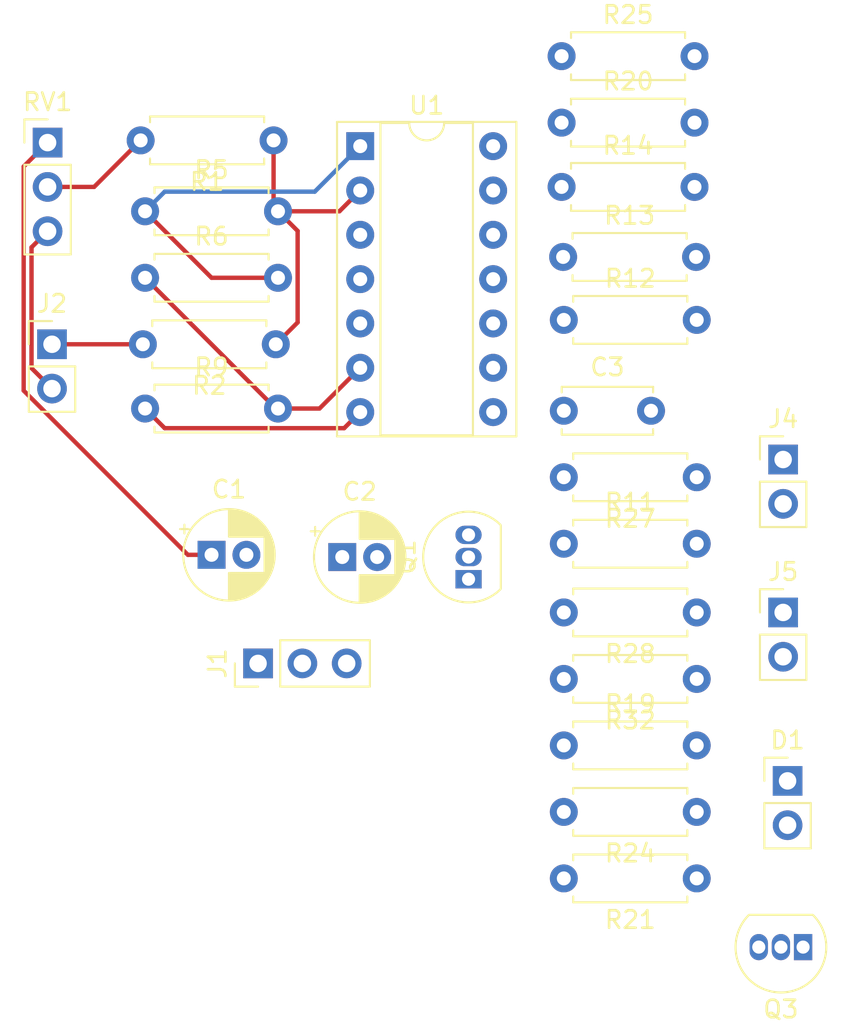
<source format=kicad_pcb>
(kicad_pcb (version 20171130) (host pcbnew "(5.1.6-0-10_14)")

  (general
    (thickness 1.6)
    (drawings 0)
    (tracks 29)
    (zones 0)
    (modules 29)
    (nets 22)
  )

  (page A4)
  (layers
    (0 F.Cu signal)
    (31 B.Cu signal)
    (32 B.Adhes user)
    (33 F.Adhes user)
    (34 B.Paste user)
    (35 F.Paste user)
    (36 B.SilkS user)
    (37 F.SilkS user)
    (38 B.Mask user)
    (39 F.Mask user)
    (40 Dwgs.User user)
    (41 Cmts.User user)
    (42 Eco1.User user)
    (43 Eco2.User user)
    (44 Edge.Cuts user)
    (45 Margin user)
    (46 B.CrtYd user)
    (47 F.CrtYd user)
    (48 B.Fab user)
    (49 F.Fab user)
  )

  (setup
    (last_trace_width 0.25)
    (trace_clearance 0.2)
    (zone_clearance 0.508)
    (zone_45_only no)
    (trace_min 0.2)
    (via_size 0.8)
    (via_drill 0.4)
    (via_min_size 0.4)
    (via_min_drill 0.3)
    (uvia_size 0.3)
    (uvia_drill 0.1)
    (uvias_allowed no)
    (uvia_min_size 0.2)
    (uvia_min_drill 0.1)
    (edge_width 0.05)
    (segment_width 0.2)
    (pcb_text_width 0.3)
    (pcb_text_size 1.5 1.5)
    (mod_edge_width 0.12)
    (mod_text_size 1 1)
    (mod_text_width 0.15)
    (pad_size 1.524 1.524)
    (pad_drill 0.762)
    (pad_to_mask_clearance 0.05)
    (aux_axis_origin 0 0)
    (visible_elements FFFFFF7F)
    (pcbplotparams
      (layerselection 0x010fc_ffffffff)
      (usegerberextensions false)
      (usegerberattributes true)
      (usegerberadvancedattributes true)
      (creategerberjobfile true)
      (excludeedgelayer true)
      (linewidth 0.100000)
      (plotframeref false)
      (viasonmask false)
      (mode 1)
      (useauxorigin false)
      (hpglpennumber 1)
      (hpglpenspeed 20)
      (hpglpendiameter 15.000000)
      (psnegative false)
      (psa4output false)
      (plotreference true)
      (plotvalue true)
      (plotinvisibletext false)
      (padsonsilk false)
      (subtractmaskfromsilk false)
      (outputformat 1)
      (mirror false)
      (drillshape 1)
      (scaleselection 1)
      (outputdirectory ""))
  )

  (net 0 "")
  (net 1 GND)
  (net 2 +12V)
  (net 3 -12V)
  (net 4 "Net-(C3-Pad2)")
  (net 5 "Net-(C3-Pad1)")
  (net 6 "Net-(D1-Pad1)")
  (net 7 "Net-(J2-Pad1)")
  (net 8 "Net-(J4-Pad1)")
  (net 9 "Net-(J5-Pad1)")
  (net 10 "Net-(Q1-Pad3)")
  (net 11 "Net-(Q1-Pad2)")
  (net 12 "Net-(Q3-Pad1)")
  (net 13 "Net-(Q3-Pad2)")
  (net 14 "Net-(R1-Pad2)")
  (net 15 "Net-(R1-Pad1)")
  (net 16 "Net-(R5-Pad1)")
  (net 17 "Net-(R6-Pad1)")
  (net 18 "Net-(R11-Pad2)")
  (net 19 "Net-(R11-Pad1)")
  (net 20 "Net-(R19-Pad1)")
  (net 21 "Net-(R20-Pad1)")

  (net_class Default "This is the default net class."
    (clearance 0.2)
    (trace_width 0.25)
    (via_dia 0.8)
    (via_drill 0.4)
    (uvia_dia 0.3)
    (uvia_drill 0.1)
    (add_net +12V)
    (add_net -12V)
    (add_net GND)
    (add_net "Net-(C3-Pad1)")
    (add_net "Net-(C3-Pad2)")
    (add_net "Net-(D1-Pad1)")
    (add_net "Net-(J2-Pad1)")
    (add_net "Net-(J4-Pad1)")
    (add_net "Net-(J5-Pad1)")
    (add_net "Net-(Q1-Pad2)")
    (add_net "Net-(Q1-Pad3)")
    (add_net "Net-(Q3-Pad1)")
    (add_net "Net-(Q3-Pad2)")
    (add_net "Net-(R1-Pad1)")
    (add_net "Net-(R1-Pad2)")
    (add_net "Net-(R11-Pad1)")
    (add_net "Net-(R11-Pad2)")
    (add_net "Net-(R19-Pad1)")
    (add_net "Net-(R20-Pad1)")
    (add_net "Net-(R5-Pad1)")
    (add_net "Net-(R6-Pad1)")
  )

  (module Package_DIP:DIP-14_W7.62mm_Socket (layer F.Cu) (tedit 5A02E8C5) (tstamp 6023AAD8)
    (at 123.204225 75.007)
    (descr "14-lead though-hole mounted DIP package, row spacing 7.62 mm (300 mils), Socket")
    (tags "THT DIP DIL PDIP 2.54mm 7.62mm 300mil Socket")
    (path /60404C5C)
    (fp_text reference U1 (at 3.81 -2.33) (layer F.SilkS)
      (effects (font (size 1 1) (thickness 0.15)))
    )
    (fp_text value TL074 (at 3.81 17.57) (layer F.Fab)
      (effects (font (size 1 1) (thickness 0.15)))
    )
    (fp_text user %R (at 3.81 7.62) (layer F.Fab)
      (effects (font (size 1 1) (thickness 0.15)))
    )
    (fp_arc (start 3.81 -1.33) (end 2.81 -1.33) (angle -180) (layer F.SilkS) (width 0.12))
    (fp_line (start 1.635 -1.27) (end 6.985 -1.27) (layer F.Fab) (width 0.1))
    (fp_line (start 6.985 -1.27) (end 6.985 16.51) (layer F.Fab) (width 0.1))
    (fp_line (start 6.985 16.51) (end 0.635 16.51) (layer F.Fab) (width 0.1))
    (fp_line (start 0.635 16.51) (end 0.635 -0.27) (layer F.Fab) (width 0.1))
    (fp_line (start 0.635 -0.27) (end 1.635 -1.27) (layer F.Fab) (width 0.1))
    (fp_line (start -1.27 -1.33) (end -1.27 16.57) (layer F.Fab) (width 0.1))
    (fp_line (start -1.27 16.57) (end 8.89 16.57) (layer F.Fab) (width 0.1))
    (fp_line (start 8.89 16.57) (end 8.89 -1.33) (layer F.Fab) (width 0.1))
    (fp_line (start 8.89 -1.33) (end -1.27 -1.33) (layer F.Fab) (width 0.1))
    (fp_line (start 2.81 -1.33) (end 1.16 -1.33) (layer F.SilkS) (width 0.12))
    (fp_line (start 1.16 -1.33) (end 1.16 16.57) (layer F.SilkS) (width 0.12))
    (fp_line (start 1.16 16.57) (end 6.46 16.57) (layer F.SilkS) (width 0.12))
    (fp_line (start 6.46 16.57) (end 6.46 -1.33) (layer F.SilkS) (width 0.12))
    (fp_line (start 6.46 -1.33) (end 4.81 -1.33) (layer F.SilkS) (width 0.12))
    (fp_line (start -1.33 -1.39) (end -1.33 16.63) (layer F.SilkS) (width 0.12))
    (fp_line (start -1.33 16.63) (end 8.95 16.63) (layer F.SilkS) (width 0.12))
    (fp_line (start 8.95 16.63) (end 8.95 -1.39) (layer F.SilkS) (width 0.12))
    (fp_line (start 8.95 -1.39) (end -1.33 -1.39) (layer F.SilkS) (width 0.12))
    (fp_line (start -1.55 -1.6) (end -1.55 16.85) (layer F.CrtYd) (width 0.05))
    (fp_line (start -1.55 16.85) (end 9.15 16.85) (layer F.CrtYd) (width 0.05))
    (fp_line (start 9.15 16.85) (end 9.15 -1.6) (layer F.CrtYd) (width 0.05))
    (fp_line (start 9.15 -1.6) (end -1.55 -1.6) (layer F.CrtYd) (width 0.05))
    (pad 14 thru_hole oval (at 7.62 0) (size 1.6 1.6) (drill 0.8) (layers *.Cu *.Mask)
      (net 20 "Net-(R19-Pad1)"))
    (pad 7 thru_hole oval (at 0 15.24) (size 1.6 1.6) (drill 0.8) (layers *.Cu *.Mask)
      (net 18 "Net-(R11-Pad2)"))
    (pad 13 thru_hole oval (at 7.62 2.54) (size 1.6 1.6) (drill 0.8) (layers *.Cu *.Mask)
      (net 5 "Net-(C3-Pad1)"))
    (pad 6 thru_hole oval (at 0 12.7) (size 1.6 1.6) (drill 0.8) (layers *.Cu *.Mask)
      (net 17 "Net-(R6-Pad1)"))
    (pad 12 thru_hole oval (at 7.62 5.08) (size 1.6 1.6) (drill 0.8) (layers *.Cu *.Mask)
      (net 21 "Net-(R20-Pad1)"))
    (pad 5 thru_hole oval (at 0 10.16) (size 1.6 1.6) (drill 0.8) (layers *.Cu *.Mask)
      (net 1 GND))
    (pad 11 thru_hole oval (at 7.62 7.62) (size 1.6 1.6) (drill 0.8) (layers *.Cu *.Mask)
      (net 3 -12V))
    (pad 4 thru_hole oval (at 0 7.62) (size 1.6 1.6) (drill 0.8) (layers *.Cu *.Mask)
      (net 2 +12V))
    (pad 10 thru_hole oval (at 7.62 10.16) (size 1.6 1.6) (drill 0.8) (layers *.Cu *.Mask)
      (net 19 "Net-(R11-Pad1)"))
    (pad 3 thru_hole oval (at 0 5.08) (size 1.6 1.6) (drill 0.8) (layers *.Cu *.Mask)
      (net 1 GND))
    (pad 9 thru_hole oval (at 7.62 12.7) (size 1.6 1.6) (drill 0.8) (layers *.Cu *.Mask)
      (net 4 "Net-(C3-Pad2)"))
    (pad 2 thru_hole oval (at 0 2.54) (size 1.6 1.6) (drill 0.8) (layers *.Cu *.Mask)
      (net 15 "Net-(R1-Pad1)"))
    (pad 8 thru_hole oval (at 7.62 15.24) (size 1.6 1.6) (drill 0.8) (layers *.Cu *.Mask)
      (net 5 "Net-(C3-Pad1)"))
    (pad 1 thru_hole rect (at 0 0) (size 1.6 1.6) (drill 0.8) (layers *.Cu *.Mask)
      (net 16 "Net-(R5-Pad1)"))
    (model ${KISYS3DMOD}/Package_DIP.3dshapes/DIP-14_W7.62mm_Socket.wrl
      (at (xyz 0 0 0))
      (scale (xyz 1 1 1))
      (rotate (xyz 0 0 0))
    )
  )

  (module Connector_PinHeader_2.54mm:PinHeader_1x03_P2.54mm_Vertical (layer F.Cu) (tedit 59FED5CC) (tstamp 6023AAAE)
    (at 105.283 74.803)
    (descr "Through hole straight pin header, 1x03, 2.54mm pitch, single row")
    (tags "Through hole pin header THT 1x03 2.54mm single row")
    (path /60400A55)
    (fp_text reference RV1 (at 0 -2.33) (layer F.SilkS)
      (effects (font (size 1 1) (thickness 0.15)))
    )
    (fp_text value "Freq 1" (at 0 7.41) (layer F.Fab)
      (effects (font (size 1 1) (thickness 0.15)))
    )
    (fp_text user %R (at 0 2.54 90) (layer F.Fab)
      (effects (font (size 1 1) (thickness 0.15)))
    )
    (fp_line (start -0.635 -1.27) (end 1.27 -1.27) (layer F.Fab) (width 0.1))
    (fp_line (start 1.27 -1.27) (end 1.27 6.35) (layer F.Fab) (width 0.1))
    (fp_line (start 1.27 6.35) (end -1.27 6.35) (layer F.Fab) (width 0.1))
    (fp_line (start -1.27 6.35) (end -1.27 -0.635) (layer F.Fab) (width 0.1))
    (fp_line (start -1.27 -0.635) (end -0.635 -1.27) (layer F.Fab) (width 0.1))
    (fp_line (start -1.33 6.41) (end 1.33 6.41) (layer F.SilkS) (width 0.12))
    (fp_line (start -1.33 1.27) (end -1.33 6.41) (layer F.SilkS) (width 0.12))
    (fp_line (start 1.33 1.27) (end 1.33 6.41) (layer F.SilkS) (width 0.12))
    (fp_line (start -1.33 1.27) (end 1.33 1.27) (layer F.SilkS) (width 0.12))
    (fp_line (start -1.33 0) (end -1.33 -1.33) (layer F.SilkS) (width 0.12))
    (fp_line (start -1.33 -1.33) (end 0 -1.33) (layer F.SilkS) (width 0.12))
    (fp_line (start -1.8 -1.8) (end -1.8 6.85) (layer F.CrtYd) (width 0.05))
    (fp_line (start -1.8 6.85) (end 1.8 6.85) (layer F.CrtYd) (width 0.05))
    (fp_line (start 1.8 6.85) (end 1.8 -1.8) (layer F.CrtYd) (width 0.05))
    (fp_line (start 1.8 -1.8) (end -1.8 -1.8) (layer F.CrtYd) (width 0.05))
    (pad 3 thru_hole oval (at 0 5.08) (size 1.7 1.7) (drill 1) (layers *.Cu *.Mask)
      (net 1 GND))
    (pad 2 thru_hole oval (at 0 2.54) (size 1.7 1.7) (drill 1) (layers *.Cu *.Mask)
      (net 14 "Net-(R1-Pad2)"))
    (pad 1 thru_hole rect (at 0 0) (size 1.7 1.7) (drill 1) (layers *.Cu *.Mask)
      (net 2 +12V))
    (model ${KISYS3DMOD}/Connector_PinHeader_2.54mm.3dshapes/PinHeader_1x03_P2.54mm_Vertical.wrl
      (at (xyz 0 0 0))
      (scale (xyz 1 1 1))
      (rotate (xyz 0 0 0))
    )
  )

  (module Resistor_THT:R_Axial_DIN0207_L6.3mm_D2.5mm_P7.62mm_Horizontal (layer F.Cu) (tedit 5AE5139B) (tstamp 6023D33D)
    (at 142.494 105.537 180)
    (descr "Resistor, Axial_DIN0207 series, Axial, Horizontal, pin pitch=7.62mm, 0.25W = 1/4W, length*diameter=6.3*2.5mm^2, http://cdn-reichelt.de/documents/datenblatt/B400/1_4W%23YAG.pdf")
    (tags "Resistor Axial_DIN0207 series Axial Horizontal pin pitch 7.62mm 0.25W = 1/4W length 6.3mm diameter 2.5mm")
    (path /6043179D)
    (fp_text reference R32 (at 3.81 -2.37) (layer F.SilkS)
      (effects (font (size 1 1) (thickness 0.15)))
    )
    (fp_text value 100k (at 3.81 2.37) (layer F.Fab)
      (effects (font (size 1 1) (thickness 0.15)))
    )
    (fp_text user %R (at 3.81 0) (layer F.Fab)
      (effects (font (size 1 1) (thickness 0.15)))
    )
    (fp_line (start 0.66 -1.25) (end 0.66 1.25) (layer F.Fab) (width 0.1))
    (fp_line (start 0.66 1.25) (end 6.96 1.25) (layer F.Fab) (width 0.1))
    (fp_line (start 6.96 1.25) (end 6.96 -1.25) (layer F.Fab) (width 0.1))
    (fp_line (start 6.96 -1.25) (end 0.66 -1.25) (layer F.Fab) (width 0.1))
    (fp_line (start 0 0) (end 0.66 0) (layer F.Fab) (width 0.1))
    (fp_line (start 7.62 0) (end 6.96 0) (layer F.Fab) (width 0.1))
    (fp_line (start 0.54 -1.04) (end 0.54 -1.37) (layer F.SilkS) (width 0.12))
    (fp_line (start 0.54 -1.37) (end 7.08 -1.37) (layer F.SilkS) (width 0.12))
    (fp_line (start 7.08 -1.37) (end 7.08 -1.04) (layer F.SilkS) (width 0.12))
    (fp_line (start 0.54 1.04) (end 0.54 1.37) (layer F.SilkS) (width 0.12))
    (fp_line (start 0.54 1.37) (end 7.08 1.37) (layer F.SilkS) (width 0.12))
    (fp_line (start 7.08 1.37) (end 7.08 1.04) (layer F.SilkS) (width 0.12))
    (fp_line (start -1.05 -1.5) (end -1.05 1.5) (layer F.CrtYd) (width 0.05))
    (fp_line (start -1.05 1.5) (end 8.67 1.5) (layer F.CrtYd) (width 0.05))
    (fp_line (start 8.67 1.5) (end 8.67 -1.5) (layer F.CrtYd) (width 0.05))
    (fp_line (start 8.67 -1.5) (end -1.05 -1.5) (layer F.CrtYd) (width 0.05))
    (pad 2 thru_hole oval (at 7.62 0 180) (size 1.6 1.6) (drill 0.8) (layers *.Cu *.Mask)
      (net 1 GND))
    (pad 1 thru_hole circle (at 0 0 180) (size 1.6 1.6) (drill 0.8) (layers *.Cu *.Mask)
      (net 9 "Net-(J5-Pad1)"))
    (model ${KISYS3DMOD}/Resistor_THT.3dshapes/R_Axial_DIN0207_L6.3mm_D2.5mm_P7.62mm_Horizontal.wrl
      (at (xyz 0 0 0))
      (scale (xyz 1 1 1))
      (rotate (xyz 0 0 0))
    )
  )

  (module Resistor_THT:R_Axial_DIN0207_L6.3mm_D2.5mm_P7.62mm_Horizontal (layer F.Cu) (tedit 5AE5139B) (tstamp 6023AA80)
    (at 142.494 101.727 180)
    (descr "Resistor, Axial_DIN0207 series, Axial, Horizontal, pin pitch=7.62mm, 0.25W = 1/4W, length*diameter=6.3*2.5mm^2, http://cdn-reichelt.de/documents/datenblatt/B400/1_4W%23YAG.pdf")
    (tags "Resistor Axial_DIN0207 series Axial Horizontal pin pitch 7.62mm 0.25W = 1/4W length 6.3mm diameter 2.5mm")
    (path /604310DF)
    (fp_text reference R28 (at 3.81 -2.37) (layer F.SilkS)
      (effects (font (size 1 1) (thickness 0.15)))
    )
    (fp_text value 100k (at 3.81 2.37) (layer F.Fab)
      (effects (font (size 1 1) (thickness 0.15)))
    )
    (fp_text user %R (at 3.81 0) (layer F.Fab)
      (effects (font (size 1 1) (thickness 0.15)))
    )
    (fp_line (start 0.66 -1.25) (end 0.66 1.25) (layer F.Fab) (width 0.1))
    (fp_line (start 0.66 1.25) (end 6.96 1.25) (layer F.Fab) (width 0.1))
    (fp_line (start 6.96 1.25) (end 6.96 -1.25) (layer F.Fab) (width 0.1))
    (fp_line (start 6.96 -1.25) (end 0.66 -1.25) (layer F.Fab) (width 0.1))
    (fp_line (start 0 0) (end 0.66 0) (layer F.Fab) (width 0.1))
    (fp_line (start 7.62 0) (end 6.96 0) (layer F.Fab) (width 0.1))
    (fp_line (start 0.54 -1.04) (end 0.54 -1.37) (layer F.SilkS) (width 0.12))
    (fp_line (start 0.54 -1.37) (end 7.08 -1.37) (layer F.SilkS) (width 0.12))
    (fp_line (start 7.08 -1.37) (end 7.08 -1.04) (layer F.SilkS) (width 0.12))
    (fp_line (start 0.54 1.04) (end 0.54 1.37) (layer F.SilkS) (width 0.12))
    (fp_line (start 0.54 1.37) (end 7.08 1.37) (layer F.SilkS) (width 0.12))
    (fp_line (start 7.08 1.37) (end 7.08 1.04) (layer F.SilkS) (width 0.12))
    (fp_line (start -1.05 -1.5) (end -1.05 1.5) (layer F.CrtYd) (width 0.05))
    (fp_line (start -1.05 1.5) (end 8.67 1.5) (layer F.CrtYd) (width 0.05))
    (fp_line (start 8.67 1.5) (end 8.67 -1.5) (layer F.CrtYd) (width 0.05))
    (fp_line (start 8.67 -1.5) (end -1.05 -1.5) (layer F.CrtYd) (width 0.05))
    (pad 2 thru_hole oval (at 7.62 0 180) (size 1.6 1.6) (drill 0.8) (layers *.Cu *.Mask)
      (net 20 "Net-(R19-Pad1)"))
    (pad 1 thru_hole circle (at 0 0 180) (size 1.6 1.6) (drill 0.8) (layers *.Cu *.Mask)
      (net 9 "Net-(J5-Pad1)"))
    (model ${KISYS3DMOD}/Resistor_THT.3dshapes/R_Axial_DIN0207_L6.3mm_D2.5mm_P7.62mm_Horizontal.wrl
      (at (xyz 0 0 0))
      (scale (xyz 1 1 1))
      (rotate (xyz 0 0 0))
    )
  )

  (module Resistor_THT:R_Axial_DIN0207_L6.3mm_D2.5mm_P7.62mm_Horizontal (layer F.Cu) (tedit 5AE5139B) (tstamp 6023AA69)
    (at 142.494 93.98 180)
    (descr "Resistor, Axial_DIN0207 series, Axial, Horizontal, pin pitch=7.62mm, 0.25W = 1/4W, length*diameter=6.3*2.5mm^2, http://cdn-reichelt.de/documents/datenblatt/B400/1_4W%23YAG.pdf")
    (tags "Resistor Axial_DIN0207 series Axial Horizontal pin pitch 7.62mm 0.25W = 1/4W length 6.3mm diameter 2.5mm")
    (path /6042FE50)
    (fp_text reference R27 (at 3.81 -2.37) (layer F.SilkS)
      (effects (font (size 1 1) (thickness 0.15)))
    )
    (fp_text value 1k (at 3.81 2.37) (layer F.Fab)
      (effects (font (size 1 1) (thickness 0.15)))
    )
    (fp_text user %R (at 3.81 0) (layer F.Fab)
      (effects (font (size 1 1) (thickness 0.15)))
    )
    (fp_line (start 0.66 -1.25) (end 0.66 1.25) (layer F.Fab) (width 0.1))
    (fp_line (start 0.66 1.25) (end 6.96 1.25) (layer F.Fab) (width 0.1))
    (fp_line (start 6.96 1.25) (end 6.96 -1.25) (layer F.Fab) (width 0.1))
    (fp_line (start 6.96 -1.25) (end 0.66 -1.25) (layer F.Fab) (width 0.1))
    (fp_line (start 0 0) (end 0.66 0) (layer F.Fab) (width 0.1))
    (fp_line (start 7.62 0) (end 6.96 0) (layer F.Fab) (width 0.1))
    (fp_line (start 0.54 -1.04) (end 0.54 -1.37) (layer F.SilkS) (width 0.12))
    (fp_line (start 0.54 -1.37) (end 7.08 -1.37) (layer F.SilkS) (width 0.12))
    (fp_line (start 7.08 -1.37) (end 7.08 -1.04) (layer F.SilkS) (width 0.12))
    (fp_line (start 0.54 1.04) (end 0.54 1.37) (layer F.SilkS) (width 0.12))
    (fp_line (start 0.54 1.37) (end 7.08 1.37) (layer F.SilkS) (width 0.12))
    (fp_line (start 7.08 1.37) (end 7.08 1.04) (layer F.SilkS) (width 0.12))
    (fp_line (start -1.05 -1.5) (end -1.05 1.5) (layer F.CrtYd) (width 0.05))
    (fp_line (start -1.05 1.5) (end 8.67 1.5) (layer F.CrtYd) (width 0.05))
    (fp_line (start 8.67 1.5) (end 8.67 -1.5) (layer F.CrtYd) (width 0.05))
    (fp_line (start 8.67 -1.5) (end -1.05 -1.5) (layer F.CrtYd) (width 0.05))
    (pad 2 thru_hole oval (at 7.62 0 180) (size 1.6 1.6) (drill 0.8) (layers *.Cu *.Mask)
      (net 5 "Net-(C3-Pad1)"))
    (pad 1 thru_hole circle (at 0 0 180) (size 1.6 1.6) (drill 0.8) (layers *.Cu *.Mask)
      (net 8 "Net-(J4-Pad1)"))
    (model ${KISYS3DMOD}/Resistor_THT.3dshapes/R_Axial_DIN0207_L6.3mm_D2.5mm_P7.62mm_Horizontal.wrl
      (at (xyz 0 0 0))
      (scale (xyz 1 1 1))
      (rotate (xyz 0 0 0))
    )
  )

  (module Resistor_THT:R_Axial_DIN0207_L6.3mm_D2.5mm_P7.62mm_Horizontal (layer F.Cu) (tedit 5AE5139B) (tstamp 6023D4DC)
    (at 134.747 69.85)
    (descr "Resistor, Axial_DIN0207 series, Axial, Horizontal, pin pitch=7.62mm, 0.25W = 1/4W, length*diameter=6.3*2.5mm^2, http://cdn-reichelt.de/documents/datenblatt/B400/1_4W%23YAG.pdf")
    (tags "Resistor Axial_DIN0207 series Axial Horizontal pin pitch 7.62mm 0.25W = 1/4W length 6.3mm diameter 2.5mm")
    (path /60420E57)
    (fp_text reference R25 (at 3.81 -2.37) (layer F.SilkS)
      (effects (font (size 1 1) (thickness 0.15)))
    )
    (fp_text value 47k (at 3.81 2.37) (layer F.Fab)
      (effects (font (size 1 1) (thickness 0.15)))
    )
    (fp_text user %R (at 3.81 0) (layer F.Fab)
      (effects (font (size 1 1) (thickness 0.15)))
    )
    (fp_line (start 0.66 -1.25) (end 0.66 1.25) (layer F.Fab) (width 0.1))
    (fp_line (start 0.66 1.25) (end 6.96 1.25) (layer F.Fab) (width 0.1))
    (fp_line (start 6.96 1.25) (end 6.96 -1.25) (layer F.Fab) (width 0.1))
    (fp_line (start 6.96 -1.25) (end 0.66 -1.25) (layer F.Fab) (width 0.1))
    (fp_line (start 0 0) (end 0.66 0) (layer F.Fab) (width 0.1))
    (fp_line (start 7.62 0) (end 6.96 0) (layer F.Fab) (width 0.1))
    (fp_line (start 0.54 -1.04) (end 0.54 -1.37) (layer F.SilkS) (width 0.12))
    (fp_line (start 0.54 -1.37) (end 7.08 -1.37) (layer F.SilkS) (width 0.12))
    (fp_line (start 7.08 -1.37) (end 7.08 -1.04) (layer F.SilkS) (width 0.12))
    (fp_line (start 0.54 1.04) (end 0.54 1.37) (layer F.SilkS) (width 0.12))
    (fp_line (start 0.54 1.37) (end 7.08 1.37) (layer F.SilkS) (width 0.12))
    (fp_line (start 7.08 1.37) (end 7.08 1.04) (layer F.SilkS) (width 0.12))
    (fp_line (start -1.05 -1.5) (end -1.05 1.5) (layer F.CrtYd) (width 0.05))
    (fp_line (start -1.05 1.5) (end 8.67 1.5) (layer F.CrtYd) (width 0.05))
    (fp_line (start 8.67 1.5) (end 8.67 -1.5) (layer F.CrtYd) (width 0.05))
    (fp_line (start 8.67 -1.5) (end -1.05 -1.5) (layer F.CrtYd) (width 0.05))
    (pad 2 thru_hole oval (at 7.62 0) (size 1.6 1.6) (drill 0.8) (layers *.Cu *.Mask)
      (net 21 "Net-(R20-Pad1)"))
    (pad 1 thru_hole circle (at 0 0) (size 1.6 1.6) (drill 0.8) (layers *.Cu *.Mask)
      (net 20 "Net-(R19-Pad1)"))
    (model ${KISYS3DMOD}/Resistor_THT.3dshapes/R_Axial_DIN0207_L6.3mm_D2.5mm_P7.62mm_Horizontal.wrl
      (at (xyz 0 0 0))
      (scale (xyz 1 1 1))
      (rotate (xyz 0 0 0))
    )
  )

  (module Resistor_THT:R_Axial_DIN0207_L6.3mm_D2.5mm_P7.62mm_Horizontal (layer F.Cu) (tedit 5AE5139B) (tstamp 6023AA24)
    (at 142.494 113.157 180)
    (descr "Resistor, Axial_DIN0207 series, Axial, Horizontal, pin pitch=7.62mm, 0.25W = 1/4W, length*diameter=6.3*2.5mm^2, http://cdn-reichelt.de/documents/datenblatt/B400/1_4W%23YAG.pdf")
    (tags "Resistor Axial_DIN0207 series Axial Horizontal pin pitch 7.62mm 0.25W = 1/4W length 6.3mm diameter 2.5mm")
    (path /6044C646)
    (fp_text reference R24 (at 3.81 -2.37) (layer F.SilkS)
      (effects (font (size 1 1) (thickness 0.15)))
    )
    (fp_text value 1k (at 3.81 2.37) (layer F.Fab)
      (effects (font (size 1 1) (thickness 0.15)))
    )
    (fp_text user %R (at 3.81 0) (layer F.Fab)
      (effects (font (size 1 1) (thickness 0.15)))
    )
    (fp_line (start 0.66 -1.25) (end 0.66 1.25) (layer F.Fab) (width 0.1))
    (fp_line (start 0.66 1.25) (end 6.96 1.25) (layer F.Fab) (width 0.1))
    (fp_line (start 6.96 1.25) (end 6.96 -1.25) (layer F.Fab) (width 0.1))
    (fp_line (start 6.96 -1.25) (end 0.66 -1.25) (layer F.Fab) (width 0.1))
    (fp_line (start 0 0) (end 0.66 0) (layer F.Fab) (width 0.1))
    (fp_line (start 7.62 0) (end 6.96 0) (layer F.Fab) (width 0.1))
    (fp_line (start 0.54 -1.04) (end 0.54 -1.37) (layer F.SilkS) (width 0.12))
    (fp_line (start 0.54 -1.37) (end 7.08 -1.37) (layer F.SilkS) (width 0.12))
    (fp_line (start 7.08 -1.37) (end 7.08 -1.04) (layer F.SilkS) (width 0.12))
    (fp_line (start 0.54 1.04) (end 0.54 1.37) (layer F.SilkS) (width 0.12))
    (fp_line (start 0.54 1.37) (end 7.08 1.37) (layer F.SilkS) (width 0.12))
    (fp_line (start 7.08 1.37) (end 7.08 1.04) (layer F.SilkS) (width 0.12))
    (fp_line (start -1.05 -1.5) (end -1.05 1.5) (layer F.CrtYd) (width 0.05))
    (fp_line (start -1.05 1.5) (end 8.67 1.5) (layer F.CrtYd) (width 0.05))
    (fp_line (start 8.67 1.5) (end 8.67 -1.5) (layer F.CrtYd) (width 0.05))
    (fp_line (start 8.67 -1.5) (end -1.05 -1.5) (layer F.CrtYd) (width 0.05))
    (pad 2 thru_hole oval (at 7.62 0 180) (size 1.6 1.6) (drill 0.8) (layers *.Cu *.Mask)
      (net 1 GND))
    (pad 1 thru_hole circle (at 0 0 180) (size 1.6 1.6) (drill 0.8) (layers *.Cu *.Mask)
      (net 12 "Net-(Q3-Pad1)"))
    (model ${KISYS3DMOD}/Resistor_THT.3dshapes/R_Axial_DIN0207_L6.3mm_D2.5mm_P7.62mm_Horizontal.wrl
      (at (xyz 0 0 0))
      (scale (xyz 1 1 1))
      (rotate (xyz 0 0 0))
    )
  )

  (module Resistor_THT:R_Axial_DIN0207_L6.3mm_D2.5mm_P7.62mm_Horizontal (layer F.Cu) (tedit 5AE5139B) (tstamp 6023AA0D)
    (at 142.494 116.967 180)
    (descr "Resistor, Axial_DIN0207 series, Axial, Horizontal, pin pitch=7.62mm, 0.25W = 1/4W, length*diameter=6.3*2.5mm^2, http://cdn-reichelt.de/documents/datenblatt/B400/1_4W%23YAG.pdf")
    (tags "Resistor Axial_DIN0207 series Axial Horizontal pin pitch 7.62mm 0.25W = 1/4W length 6.3mm diameter 2.5mm")
    (path /6043EE5C)
    (fp_text reference R21 (at 3.81 -2.37) (layer F.SilkS)
      (effects (font (size 1 1) (thickness 0.15)))
    )
    (fp_text value 10k (at 3.81 2.37) (layer F.Fab)
      (effects (font (size 1 1) (thickness 0.15)))
    )
    (fp_text user %R (at 3.81 0) (layer F.Fab)
      (effects (font (size 1 1) (thickness 0.15)))
    )
    (fp_line (start 0.66 -1.25) (end 0.66 1.25) (layer F.Fab) (width 0.1))
    (fp_line (start 0.66 1.25) (end 6.96 1.25) (layer F.Fab) (width 0.1))
    (fp_line (start 6.96 1.25) (end 6.96 -1.25) (layer F.Fab) (width 0.1))
    (fp_line (start 6.96 -1.25) (end 0.66 -1.25) (layer F.Fab) (width 0.1))
    (fp_line (start 0 0) (end 0.66 0) (layer F.Fab) (width 0.1))
    (fp_line (start 7.62 0) (end 6.96 0) (layer F.Fab) (width 0.1))
    (fp_line (start 0.54 -1.04) (end 0.54 -1.37) (layer F.SilkS) (width 0.12))
    (fp_line (start 0.54 -1.37) (end 7.08 -1.37) (layer F.SilkS) (width 0.12))
    (fp_line (start 7.08 -1.37) (end 7.08 -1.04) (layer F.SilkS) (width 0.12))
    (fp_line (start 0.54 1.04) (end 0.54 1.37) (layer F.SilkS) (width 0.12))
    (fp_line (start 0.54 1.37) (end 7.08 1.37) (layer F.SilkS) (width 0.12))
    (fp_line (start 7.08 1.37) (end 7.08 1.04) (layer F.SilkS) (width 0.12))
    (fp_line (start -1.05 -1.5) (end -1.05 1.5) (layer F.CrtYd) (width 0.05))
    (fp_line (start -1.05 1.5) (end 8.67 1.5) (layer F.CrtYd) (width 0.05))
    (fp_line (start 8.67 1.5) (end 8.67 -1.5) (layer F.CrtYd) (width 0.05))
    (fp_line (start 8.67 -1.5) (end -1.05 -1.5) (layer F.CrtYd) (width 0.05))
    (pad 2 thru_hole oval (at 7.62 0 180) (size 1.6 1.6) (drill 0.8) (layers *.Cu *.Mask)
      (net 5 "Net-(C3-Pad1)"))
    (pad 1 thru_hole circle (at 0 0 180) (size 1.6 1.6) (drill 0.8) (layers *.Cu *.Mask)
      (net 13 "Net-(Q3-Pad2)"))
    (model ${KISYS3DMOD}/Resistor_THT.3dshapes/R_Axial_DIN0207_L6.3mm_D2.5mm_P7.62mm_Horizontal.wrl
      (at (xyz 0 0 0))
      (scale (xyz 1 1 1))
      (rotate (xyz 0 0 0))
    )
  )

  (module Resistor_THT:R_Axial_DIN0207_L6.3mm_D2.5mm_P7.62mm_Horizontal (layer F.Cu) (tedit 5AE5139B) (tstamp 6023D49A)
    (at 134.747 73.66)
    (descr "Resistor, Axial_DIN0207 series, Axial, Horizontal, pin pitch=7.62mm, 0.25W = 1/4W, length*diameter=6.3*2.5mm^2, http://cdn-reichelt.de/documents/datenblatt/B400/1_4W%23YAG.pdf")
    (tags "Resistor Axial_DIN0207 series Axial Horizontal pin pitch 7.62mm 0.25W = 1/4W length 6.3mm diameter 2.5mm")
    (path /60422F09)
    (fp_text reference R20 (at 3.81 -2.37) (layer F.SilkS)
      (effects (font (size 1 1) (thickness 0.15)))
    )
    (fp_text value 47k (at 3.81 2.37) (layer F.Fab)
      (effects (font (size 1 1) (thickness 0.15)))
    )
    (fp_text user %R (at 3.81 0) (layer F.Fab)
      (effects (font (size 1 1) (thickness 0.15)))
    )
    (fp_line (start 0.66 -1.25) (end 0.66 1.25) (layer F.Fab) (width 0.1))
    (fp_line (start 0.66 1.25) (end 6.96 1.25) (layer F.Fab) (width 0.1))
    (fp_line (start 6.96 1.25) (end 6.96 -1.25) (layer F.Fab) (width 0.1))
    (fp_line (start 6.96 -1.25) (end 0.66 -1.25) (layer F.Fab) (width 0.1))
    (fp_line (start 0 0) (end 0.66 0) (layer F.Fab) (width 0.1))
    (fp_line (start 7.62 0) (end 6.96 0) (layer F.Fab) (width 0.1))
    (fp_line (start 0.54 -1.04) (end 0.54 -1.37) (layer F.SilkS) (width 0.12))
    (fp_line (start 0.54 -1.37) (end 7.08 -1.37) (layer F.SilkS) (width 0.12))
    (fp_line (start 7.08 -1.37) (end 7.08 -1.04) (layer F.SilkS) (width 0.12))
    (fp_line (start 0.54 1.04) (end 0.54 1.37) (layer F.SilkS) (width 0.12))
    (fp_line (start 0.54 1.37) (end 7.08 1.37) (layer F.SilkS) (width 0.12))
    (fp_line (start 7.08 1.37) (end 7.08 1.04) (layer F.SilkS) (width 0.12))
    (fp_line (start -1.05 -1.5) (end -1.05 1.5) (layer F.CrtYd) (width 0.05))
    (fp_line (start -1.05 1.5) (end 8.67 1.5) (layer F.CrtYd) (width 0.05))
    (fp_line (start 8.67 1.5) (end 8.67 -1.5) (layer F.CrtYd) (width 0.05))
    (fp_line (start 8.67 -1.5) (end -1.05 -1.5) (layer F.CrtYd) (width 0.05))
    (pad 2 thru_hole oval (at 7.62 0) (size 1.6 1.6) (drill 0.8) (layers *.Cu *.Mask)
      (net 1 GND))
    (pad 1 thru_hole circle (at 0 0) (size 1.6 1.6) (drill 0.8) (layers *.Cu *.Mask)
      (net 21 "Net-(R20-Pad1)"))
    (model ${KISYS3DMOD}/Resistor_THT.3dshapes/R_Axial_DIN0207_L6.3mm_D2.5mm_P7.62mm_Horizontal.wrl
      (at (xyz 0 0 0))
      (scale (xyz 1 1 1))
      (rotate (xyz 0 0 0))
    )
  )

  (module Resistor_THT:R_Axial_DIN0207_L6.3mm_D2.5mm_P7.62mm_Horizontal (layer F.Cu) (tedit 5AE5139B) (tstamp 6023A9DF)
    (at 134.874 109.347)
    (descr "Resistor, Axial_DIN0207 series, Axial, Horizontal, pin pitch=7.62mm, 0.25W = 1/4W, length*diameter=6.3*2.5mm^2, http://cdn-reichelt.de/documents/datenblatt/B400/1_4W%23YAG.pdf")
    (tags "Resistor Axial_DIN0207 series Axial Horizontal pin pitch 7.62mm 0.25W = 1/4W length 6.3mm diameter 2.5mm")
    (path /60425676)
    (fp_text reference R19 (at 3.81 -2.37) (layer F.SilkS)
      (effects (font (size 1 1) (thickness 0.15)))
    )
    (fp_text value 10k (at 3.81 2.37) (layer F.Fab)
      (effects (font (size 1 1) (thickness 0.15)))
    )
    (fp_text user %R (at 3.81 0) (layer F.Fab)
      (effects (font (size 1 1) (thickness 0.15)))
    )
    (fp_line (start 0.66 -1.25) (end 0.66 1.25) (layer F.Fab) (width 0.1))
    (fp_line (start 0.66 1.25) (end 6.96 1.25) (layer F.Fab) (width 0.1))
    (fp_line (start 6.96 1.25) (end 6.96 -1.25) (layer F.Fab) (width 0.1))
    (fp_line (start 6.96 -1.25) (end 0.66 -1.25) (layer F.Fab) (width 0.1))
    (fp_line (start 0 0) (end 0.66 0) (layer F.Fab) (width 0.1))
    (fp_line (start 7.62 0) (end 6.96 0) (layer F.Fab) (width 0.1))
    (fp_line (start 0.54 -1.04) (end 0.54 -1.37) (layer F.SilkS) (width 0.12))
    (fp_line (start 0.54 -1.37) (end 7.08 -1.37) (layer F.SilkS) (width 0.12))
    (fp_line (start 7.08 -1.37) (end 7.08 -1.04) (layer F.SilkS) (width 0.12))
    (fp_line (start 0.54 1.04) (end 0.54 1.37) (layer F.SilkS) (width 0.12))
    (fp_line (start 0.54 1.37) (end 7.08 1.37) (layer F.SilkS) (width 0.12))
    (fp_line (start 7.08 1.37) (end 7.08 1.04) (layer F.SilkS) (width 0.12))
    (fp_line (start -1.05 -1.5) (end -1.05 1.5) (layer F.CrtYd) (width 0.05))
    (fp_line (start -1.05 1.5) (end 8.67 1.5) (layer F.CrtYd) (width 0.05))
    (fp_line (start 8.67 1.5) (end 8.67 -1.5) (layer F.CrtYd) (width 0.05))
    (fp_line (start 8.67 -1.5) (end -1.05 -1.5) (layer F.CrtYd) (width 0.05))
    (pad 2 thru_hole oval (at 7.62 0) (size 1.6 1.6) (drill 0.8) (layers *.Cu *.Mask)
      (net 11 "Net-(Q1-Pad2)"))
    (pad 1 thru_hole circle (at 0 0) (size 1.6 1.6) (drill 0.8) (layers *.Cu *.Mask)
      (net 20 "Net-(R19-Pad1)"))
    (model ${KISYS3DMOD}/Resistor_THT.3dshapes/R_Axial_DIN0207_L6.3mm_D2.5mm_P7.62mm_Horizontal.wrl
      (at (xyz 0 0 0))
      (scale (xyz 1 1 1))
      (rotate (xyz 0 0 0))
    )
  )

  (module Resistor_THT:R_Axial_DIN0207_L6.3mm_D2.5mm_P7.62mm_Horizontal (layer F.Cu) (tedit 5AE5139B) (tstamp 6023A9C8)
    (at 134.747 77.343)
    (descr "Resistor, Axial_DIN0207 series, Axial, Horizontal, pin pitch=7.62mm, 0.25W = 1/4W, length*diameter=6.3*2.5mm^2, http://cdn-reichelt.de/documents/datenblatt/B400/1_4W%23YAG.pdf")
    (tags "Resistor Axial_DIN0207 series Axial Horizontal pin pitch 7.62mm 0.25W = 1/4W length 6.3mm diameter 2.5mm")
    (path /60417417)
    (fp_text reference R14 (at 3.81 -2.37) (layer F.SilkS)
      (effects (font (size 1 1) (thickness 0.15)))
    )
    (fp_text value 47k (at 3.81 2.37) (layer F.Fab)
      (effects (font (size 1 1) (thickness 0.15)))
    )
    (fp_text user %R (at 3.81 0) (layer F.Fab)
      (effects (font (size 1 1) (thickness 0.15)))
    )
    (fp_line (start 0.66 -1.25) (end 0.66 1.25) (layer F.Fab) (width 0.1))
    (fp_line (start 0.66 1.25) (end 6.96 1.25) (layer F.Fab) (width 0.1))
    (fp_line (start 6.96 1.25) (end 6.96 -1.25) (layer F.Fab) (width 0.1))
    (fp_line (start 6.96 -1.25) (end 0.66 -1.25) (layer F.Fab) (width 0.1))
    (fp_line (start 0 0) (end 0.66 0) (layer F.Fab) (width 0.1))
    (fp_line (start 7.62 0) (end 6.96 0) (layer F.Fab) (width 0.1))
    (fp_line (start 0.54 -1.04) (end 0.54 -1.37) (layer F.SilkS) (width 0.12))
    (fp_line (start 0.54 -1.37) (end 7.08 -1.37) (layer F.SilkS) (width 0.12))
    (fp_line (start 7.08 -1.37) (end 7.08 -1.04) (layer F.SilkS) (width 0.12))
    (fp_line (start 0.54 1.04) (end 0.54 1.37) (layer F.SilkS) (width 0.12))
    (fp_line (start 0.54 1.37) (end 7.08 1.37) (layer F.SilkS) (width 0.12))
    (fp_line (start 7.08 1.37) (end 7.08 1.04) (layer F.SilkS) (width 0.12))
    (fp_line (start -1.05 -1.5) (end -1.05 1.5) (layer F.CrtYd) (width 0.05))
    (fp_line (start -1.05 1.5) (end 8.67 1.5) (layer F.CrtYd) (width 0.05))
    (fp_line (start 8.67 1.5) (end 8.67 -1.5) (layer F.CrtYd) (width 0.05))
    (fp_line (start 8.67 -1.5) (end -1.05 -1.5) (layer F.CrtYd) (width 0.05))
    (pad 2 thru_hole oval (at 7.62 0) (size 1.6 1.6) (drill 0.8) (layers *.Cu *.Mask)
      (net 1 GND))
    (pad 1 thru_hole circle (at 0 0) (size 1.6 1.6) (drill 0.8) (layers *.Cu *.Mask)
      (net 19 "Net-(R11-Pad1)"))
    (model ${KISYS3DMOD}/Resistor_THT.3dshapes/R_Axial_DIN0207_L6.3mm_D2.5mm_P7.62mm_Horizontal.wrl
      (at (xyz 0 0 0))
      (scale (xyz 1 1 1))
      (rotate (xyz 0 0 0))
    )
  )

  (module Resistor_THT:R_Axial_DIN0207_L6.3mm_D2.5mm_P7.62mm_Horizontal (layer F.Cu) (tedit 5AE5139B) (tstamp 6023A9B1)
    (at 134.835225 81.356)
    (descr "Resistor, Axial_DIN0207 series, Axial, Horizontal, pin pitch=7.62mm, 0.25W = 1/4W, length*diameter=6.3*2.5mm^2, http://cdn-reichelt.de/documents/datenblatt/B400/1_4W%23YAG.pdf")
    (tags "Resistor Axial_DIN0207 series Axial Horizontal pin pitch 7.62mm 0.25W = 1/4W length 6.3mm diameter 2.5mm")
    (path /604152B8)
    (fp_text reference R13 (at 3.81 -2.37) (layer F.SilkS)
      (effects (font (size 1 1) (thickness 0.15)))
    )
    (fp_text value 47k (at 3.81 2.37) (layer F.Fab)
      (effects (font (size 1 1) (thickness 0.15)))
    )
    (fp_text user %R (at 3.81 0) (layer F.Fab)
      (effects (font (size 1 1) (thickness 0.15)))
    )
    (fp_line (start 0.66 -1.25) (end 0.66 1.25) (layer F.Fab) (width 0.1))
    (fp_line (start 0.66 1.25) (end 6.96 1.25) (layer F.Fab) (width 0.1))
    (fp_line (start 6.96 1.25) (end 6.96 -1.25) (layer F.Fab) (width 0.1))
    (fp_line (start 6.96 -1.25) (end 0.66 -1.25) (layer F.Fab) (width 0.1))
    (fp_line (start 0 0) (end 0.66 0) (layer F.Fab) (width 0.1))
    (fp_line (start 7.62 0) (end 6.96 0) (layer F.Fab) (width 0.1))
    (fp_line (start 0.54 -1.04) (end 0.54 -1.37) (layer F.SilkS) (width 0.12))
    (fp_line (start 0.54 -1.37) (end 7.08 -1.37) (layer F.SilkS) (width 0.12))
    (fp_line (start 7.08 -1.37) (end 7.08 -1.04) (layer F.SilkS) (width 0.12))
    (fp_line (start 0.54 1.04) (end 0.54 1.37) (layer F.SilkS) (width 0.12))
    (fp_line (start 0.54 1.37) (end 7.08 1.37) (layer F.SilkS) (width 0.12))
    (fp_line (start 7.08 1.37) (end 7.08 1.04) (layer F.SilkS) (width 0.12))
    (fp_line (start -1.05 -1.5) (end -1.05 1.5) (layer F.CrtYd) (width 0.05))
    (fp_line (start -1.05 1.5) (end 8.67 1.5) (layer F.CrtYd) (width 0.05))
    (fp_line (start 8.67 1.5) (end 8.67 -1.5) (layer F.CrtYd) (width 0.05))
    (fp_line (start 8.67 -1.5) (end -1.05 -1.5) (layer F.CrtYd) (width 0.05))
    (pad 2 thru_hole oval (at 7.62 0) (size 1.6 1.6) (drill 0.8) (layers *.Cu *.Mask)
      (net 10 "Net-(Q1-Pad3)"))
    (pad 1 thru_hole circle (at 0 0) (size 1.6 1.6) (drill 0.8) (layers *.Cu *.Mask)
      (net 4 "Net-(C3-Pad2)"))
    (model ${KISYS3DMOD}/Resistor_THT.3dshapes/R_Axial_DIN0207_L6.3mm_D2.5mm_P7.62mm_Horizontal.wrl
      (at (xyz 0 0 0))
      (scale (xyz 1 1 1))
      (rotate (xyz 0 0 0))
    )
  )

  (module Resistor_THT:R_Axial_DIN0207_L6.3mm_D2.5mm_P7.62mm_Horizontal (layer F.Cu) (tedit 5AE5139B) (tstamp 6023A99A)
    (at 134.874 84.963)
    (descr "Resistor, Axial_DIN0207 series, Axial, Horizontal, pin pitch=7.62mm, 0.25W = 1/4W, length*diameter=6.3*2.5mm^2, http://cdn-reichelt.de/documents/datenblatt/B400/1_4W%23YAG.pdf")
    (tags "Resistor Axial_DIN0207 series Axial Horizontal pin pitch 7.62mm 0.25W = 1/4W length 6.3mm diameter 2.5mm")
    (path /6041409D)
    (fp_text reference R12 (at 3.81 -2.37) (layer F.SilkS)
      (effects (font (size 1 1) (thickness 0.15)))
    )
    (fp_text value 100k (at 3.81 2.37) (layer F.Fab)
      (effects (font (size 1 1) (thickness 0.15)))
    )
    (fp_text user %R (at 3.81 0) (layer F.Fab)
      (effects (font (size 1 1) (thickness 0.15)))
    )
    (fp_line (start 0.66 -1.25) (end 0.66 1.25) (layer F.Fab) (width 0.1))
    (fp_line (start 0.66 1.25) (end 6.96 1.25) (layer F.Fab) (width 0.1))
    (fp_line (start 6.96 1.25) (end 6.96 -1.25) (layer F.Fab) (width 0.1))
    (fp_line (start 6.96 -1.25) (end 0.66 -1.25) (layer F.Fab) (width 0.1))
    (fp_line (start 0 0) (end 0.66 0) (layer F.Fab) (width 0.1))
    (fp_line (start 7.62 0) (end 6.96 0) (layer F.Fab) (width 0.1))
    (fp_line (start 0.54 -1.04) (end 0.54 -1.37) (layer F.SilkS) (width 0.12))
    (fp_line (start 0.54 -1.37) (end 7.08 -1.37) (layer F.SilkS) (width 0.12))
    (fp_line (start 7.08 -1.37) (end 7.08 -1.04) (layer F.SilkS) (width 0.12))
    (fp_line (start 0.54 1.04) (end 0.54 1.37) (layer F.SilkS) (width 0.12))
    (fp_line (start 0.54 1.37) (end 7.08 1.37) (layer F.SilkS) (width 0.12))
    (fp_line (start 7.08 1.37) (end 7.08 1.04) (layer F.SilkS) (width 0.12))
    (fp_line (start -1.05 -1.5) (end -1.05 1.5) (layer F.CrtYd) (width 0.05))
    (fp_line (start -1.05 1.5) (end 8.67 1.5) (layer F.CrtYd) (width 0.05))
    (fp_line (start 8.67 1.5) (end 8.67 -1.5) (layer F.CrtYd) (width 0.05))
    (fp_line (start 8.67 -1.5) (end -1.05 -1.5) (layer F.CrtYd) (width 0.05))
    (pad 2 thru_hole oval (at 7.62 0) (size 1.6 1.6) (drill 0.8) (layers *.Cu *.Mask)
      (net 18 "Net-(R11-Pad2)"))
    (pad 1 thru_hole circle (at 0 0) (size 1.6 1.6) (drill 0.8) (layers *.Cu *.Mask)
      (net 4 "Net-(C3-Pad2)"))
    (model ${KISYS3DMOD}/Resistor_THT.3dshapes/R_Axial_DIN0207_L6.3mm_D2.5mm_P7.62mm_Horizontal.wrl
      (at (xyz 0 0 0))
      (scale (xyz 1 1 1))
      (rotate (xyz 0 0 0))
    )
  )

  (module Resistor_THT:R_Axial_DIN0207_L6.3mm_D2.5mm_P7.62mm_Horizontal (layer F.Cu) (tedit 5AE5139B) (tstamp 6023A983)
    (at 134.874 97.79)
    (descr "Resistor, Axial_DIN0207 series, Axial, Horizontal, pin pitch=7.62mm, 0.25W = 1/4W, length*diameter=6.3*2.5mm^2, http://cdn-reichelt.de/documents/datenblatt/B400/1_4W%23YAG.pdf")
    (tags "Resistor Axial_DIN0207 series Axial Horizontal pin pitch 7.62mm 0.25W = 1/4W length 6.3mm diameter 2.5mm")
    (path /60415D62)
    (fp_text reference R11 (at 3.81 -2.37) (layer F.SilkS)
      (effects (font (size 1 1) (thickness 0.15)))
    )
    (fp_text value 47k (at 3.81 2.37) (layer F.Fab)
      (effects (font (size 1 1) (thickness 0.15)))
    )
    (fp_text user %R (at 3.81 0) (layer F.Fab)
      (effects (font (size 1 1) (thickness 0.15)))
    )
    (fp_line (start 0.66 -1.25) (end 0.66 1.25) (layer F.Fab) (width 0.1))
    (fp_line (start 0.66 1.25) (end 6.96 1.25) (layer F.Fab) (width 0.1))
    (fp_line (start 6.96 1.25) (end 6.96 -1.25) (layer F.Fab) (width 0.1))
    (fp_line (start 6.96 -1.25) (end 0.66 -1.25) (layer F.Fab) (width 0.1))
    (fp_line (start 0 0) (end 0.66 0) (layer F.Fab) (width 0.1))
    (fp_line (start 7.62 0) (end 6.96 0) (layer F.Fab) (width 0.1))
    (fp_line (start 0.54 -1.04) (end 0.54 -1.37) (layer F.SilkS) (width 0.12))
    (fp_line (start 0.54 -1.37) (end 7.08 -1.37) (layer F.SilkS) (width 0.12))
    (fp_line (start 7.08 -1.37) (end 7.08 -1.04) (layer F.SilkS) (width 0.12))
    (fp_line (start 0.54 1.04) (end 0.54 1.37) (layer F.SilkS) (width 0.12))
    (fp_line (start 0.54 1.37) (end 7.08 1.37) (layer F.SilkS) (width 0.12))
    (fp_line (start 7.08 1.37) (end 7.08 1.04) (layer F.SilkS) (width 0.12))
    (fp_line (start -1.05 -1.5) (end -1.05 1.5) (layer F.CrtYd) (width 0.05))
    (fp_line (start -1.05 1.5) (end 8.67 1.5) (layer F.CrtYd) (width 0.05))
    (fp_line (start 8.67 1.5) (end 8.67 -1.5) (layer F.CrtYd) (width 0.05))
    (fp_line (start 8.67 -1.5) (end -1.05 -1.5) (layer F.CrtYd) (width 0.05))
    (pad 2 thru_hole oval (at 7.62 0) (size 1.6 1.6) (drill 0.8) (layers *.Cu *.Mask)
      (net 18 "Net-(R11-Pad2)"))
    (pad 1 thru_hole circle (at 0 0) (size 1.6 1.6) (drill 0.8) (layers *.Cu *.Mask)
      (net 19 "Net-(R11-Pad1)"))
    (model ${KISYS3DMOD}/Resistor_THT.3dshapes/R_Axial_DIN0207_L6.3mm_D2.5mm_P7.62mm_Horizontal.wrl
      (at (xyz 0 0 0))
      (scale (xyz 1 1 1))
      (rotate (xyz 0 0 0))
    )
  )

  (module Resistor_THT:R_Axial_DIN0207_L6.3mm_D2.5mm_P7.62mm_Horizontal (layer F.Cu) (tedit 5AE5139B) (tstamp 6023A96C)
    (at 110.871 90.043)
    (descr "Resistor, Axial_DIN0207 series, Axial, Horizontal, pin pitch=7.62mm, 0.25W = 1/4W, length*diameter=6.3*2.5mm^2, http://cdn-reichelt.de/documents/datenblatt/B400/1_4W%23YAG.pdf")
    (tags "Resistor Axial_DIN0207 series Axial Horizontal pin pitch 7.62mm 0.25W = 1/4W length 6.3mm diameter 2.5mm")
    (path /60409EE2)
    (fp_text reference R9 (at 3.81 -2.37) (layer F.SilkS)
      (effects (font (size 1 1) (thickness 0.15)))
    )
    (fp_text value 100k (at 3.81 2.37) (layer F.Fab)
      (effects (font (size 1 1) (thickness 0.15)))
    )
    (fp_text user %R (at 3.81 0) (layer F.Fab)
      (effects (font (size 1 1) (thickness 0.15)))
    )
    (fp_line (start 0.66 -1.25) (end 0.66 1.25) (layer F.Fab) (width 0.1))
    (fp_line (start 0.66 1.25) (end 6.96 1.25) (layer F.Fab) (width 0.1))
    (fp_line (start 6.96 1.25) (end 6.96 -1.25) (layer F.Fab) (width 0.1))
    (fp_line (start 6.96 -1.25) (end 0.66 -1.25) (layer F.Fab) (width 0.1))
    (fp_line (start 0 0) (end 0.66 0) (layer F.Fab) (width 0.1))
    (fp_line (start 7.62 0) (end 6.96 0) (layer F.Fab) (width 0.1))
    (fp_line (start 0.54 -1.04) (end 0.54 -1.37) (layer F.SilkS) (width 0.12))
    (fp_line (start 0.54 -1.37) (end 7.08 -1.37) (layer F.SilkS) (width 0.12))
    (fp_line (start 7.08 -1.37) (end 7.08 -1.04) (layer F.SilkS) (width 0.12))
    (fp_line (start 0.54 1.04) (end 0.54 1.37) (layer F.SilkS) (width 0.12))
    (fp_line (start 0.54 1.37) (end 7.08 1.37) (layer F.SilkS) (width 0.12))
    (fp_line (start 7.08 1.37) (end 7.08 1.04) (layer F.SilkS) (width 0.12))
    (fp_line (start -1.05 -1.5) (end -1.05 1.5) (layer F.CrtYd) (width 0.05))
    (fp_line (start -1.05 1.5) (end 8.67 1.5) (layer F.CrtYd) (width 0.05))
    (fp_line (start 8.67 1.5) (end 8.67 -1.5) (layer F.CrtYd) (width 0.05))
    (fp_line (start 8.67 -1.5) (end -1.05 -1.5) (layer F.CrtYd) (width 0.05))
    (pad 2 thru_hole oval (at 7.62 0) (size 1.6 1.6) (drill 0.8) (layers *.Cu *.Mask)
      (net 17 "Net-(R6-Pad1)"))
    (pad 1 thru_hole circle (at 0 0) (size 1.6 1.6) (drill 0.8) (layers *.Cu *.Mask)
      (net 18 "Net-(R11-Pad2)"))
    (model ${KISYS3DMOD}/Resistor_THT.3dshapes/R_Axial_DIN0207_L6.3mm_D2.5mm_P7.62mm_Horizontal.wrl
      (at (xyz 0 0 0))
      (scale (xyz 1 1 1))
      (rotate (xyz 0 0 0))
    )
  )

  (module Resistor_THT:R_Axial_DIN0207_L6.3mm_D2.5mm_P7.62mm_Horizontal (layer F.Cu) (tedit 5AE5139B) (tstamp 6023A955)
    (at 110.871 82.55)
    (descr "Resistor, Axial_DIN0207 series, Axial, Horizontal, pin pitch=7.62mm, 0.25W = 1/4W, length*diameter=6.3*2.5mm^2, http://cdn-reichelt.de/documents/datenblatt/B400/1_4W%23YAG.pdf")
    (tags "Resistor Axial_DIN0207 series Axial Horizontal pin pitch 7.62mm 0.25W = 1/4W length 6.3mm diameter 2.5mm")
    (path /6040D2AD)
    (fp_text reference R6 (at 3.81 -2.37) (layer F.SilkS)
      (effects (font (size 1 1) (thickness 0.15)))
    )
    (fp_text value 100k (at 3.81 2.37) (layer F.Fab)
      (effects (font (size 1 1) (thickness 0.15)))
    )
    (fp_text user %R (at 3.81 0) (layer F.Fab)
      (effects (font (size 1 1) (thickness 0.15)))
    )
    (fp_line (start 0.66 -1.25) (end 0.66 1.25) (layer F.Fab) (width 0.1))
    (fp_line (start 0.66 1.25) (end 6.96 1.25) (layer F.Fab) (width 0.1))
    (fp_line (start 6.96 1.25) (end 6.96 -1.25) (layer F.Fab) (width 0.1))
    (fp_line (start 6.96 -1.25) (end 0.66 -1.25) (layer F.Fab) (width 0.1))
    (fp_line (start 0 0) (end 0.66 0) (layer F.Fab) (width 0.1))
    (fp_line (start 7.62 0) (end 6.96 0) (layer F.Fab) (width 0.1))
    (fp_line (start 0.54 -1.04) (end 0.54 -1.37) (layer F.SilkS) (width 0.12))
    (fp_line (start 0.54 -1.37) (end 7.08 -1.37) (layer F.SilkS) (width 0.12))
    (fp_line (start 7.08 -1.37) (end 7.08 -1.04) (layer F.SilkS) (width 0.12))
    (fp_line (start 0.54 1.04) (end 0.54 1.37) (layer F.SilkS) (width 0.12))
    (fp_line (start 0.54 1.37) (end 7.08 1.37) (layer F.SilkS) (width 0.12))
    (fp_line (start 7.08 1.37) (end 7.08 1.04) (layer F.SilkS) (width 0.12))
    (fp_line (start -1.05 -1.5) (end -1.05 1.5) (layer F.CrtYd) (width 0.05))
    (fp_line (start -1.05 1.5) (end 8.67 1.5) (layer F.CrtYd) (width 0.05))
    (fp_line (start 8.67 1.5) (end 8.67 -1.5) (layer F.CrtYd) (width 0.05))
    (fp_line (start 8.67 -1.5) (end -1.05 -1.5) (layer F.CrtYd) (width 0.05))
    (pad 2 thru_hole oval (at 7.62 0) (size 1.6 1.6) (drill 0.8) (layers *.Cu *.Mask)
      (net 16 "Net-(R5-Pad1)"))
    (pad 1 thru_hole circle (at 0 0) (size 1.6 1.6) (drill 0.8) (layers *.Cu *.Mask)
      (net 17 "Net-(R6-Pad1)"))
    (model ${KISYS3DMOD}/Resistor_THT.3dshapes/R_Axial_DIN0207_L6.3mm_D2.5mm_P7.62mm_Horizontal.wrl
      (at (xyz 0 0 0))
      (scale (xyz 1 1 1))
      (rotate (xyz 0 0 0))
    )
  )

  (module Resistor_THT:R_Axial_DIN0207_L6.3mm_D2.5mm_P7.62mm_Horizontal (layer F.Cu) (tedit 5AE5139B) (tstamp 6023A93E)
    (at 110.871 78.74)
    (descr "Resistor, Axial_DIN0207 series, Axial, Horizontal, pin pitch=7.62mm, 0.25W = 1/4W, length*diameter=6.3*2.5mm^2, http://cdn-reichelt.de/documents/datenblatt/B400/1_4W%23YAG.pdf")
    (tags "Resistor Axial_DIN0207 series Axial Horizontal pin pitch 7.62mm 0.25W = 1/4W length 6.3mm diameter 2.5mm")
    (path /60407453)
    (fp_text reference R5 (at 3.81 -2.37) (layer F.SilkS)
      (effects (font (size 1 1) (thickness 0.15)))
    )
    (fp_text value 100k (at 3.81 2.37) (layer F.Fab)
      (effects (font (size 1 1) (thickness 0.15)))
    )
    (fp_text user %R (at 3.81 0) (layer F.Fab)
      (effects (font (size 1 1) (thickness 0.15)))
    )
    (fp_line (start 0.66 -1.25) (end 0.66 1.25) (layer F.Fab) (width 0.1))
    (fp_line (start 0.66 1.25) (end 6.96 1.25) (layer F.Fab) (width 0.1))
    (fp_line (start 6.96 1.25) (end 6.96 -1.25) (layer F.Fab) (width 0.1))
    (fp_line (start 6.96 -1.25) (end 0.66 -1.25) (layer F.Fab) (width 0.1))
    (fp_line (start 0 0) (end 0.66 0) (layer F.Fab) (width 0.1))
    (fp_line (start 7.62 0) (end 6.96 0) (layer F.Fab) (width 0.1))
    (fp_line (start 0.54 -1.04) (end 0.54 -1.37) (layer F.SilkS) (width 0.12))
    (fp_line (start 0.54 -1.37) (end 7.08 -1.37) (layer F.SilkS) (width 0.12))
    (fp_line (start 7.08 -1.37) (end 7.08 -1.04) (layer F.SilkS) (width 0.12))
    (fp_line (start 0.54 1.04) (end 0.54 1.37) (layer F.SilkS) (width 0.12))
    (fp_line (start 0.54 1.37) (end 7.08 1.37) (layer F.SilkS) (width 0.12))
    (fp_line (start 7.08 1.37) (end 7.08 1.04) (layer F.SilkS) (width 0.12))
    (fp_line (start -1.05 -1.5) (end -1.05 1.5) (layer F.CrtYd) (width 0.05))
    (fp_line (start -1.05 1.5) (end 8.67 1.5) (layer F.CrtYd) (width 0.05))
    (fp_line (start 8.67 1.5) (end 8.67 -1.5) (layer F.CrtYd) (width 0.05))
    (fp_line (start 8.67 -1.5) (end -1.05 -1.5) (layer F.CrtYd) (width 0.05))
    (pad 2 thru_hole oval (at 7.62 0) (size 1.6 1.6) (drill 0.8) (layers *.Cu *.Mask)
      (net 15 "Net-(R1-Pad1)"))
    (pad 1 thru_hole circle (at 0 0) (size 1.6 1.6) (drill 0.8) (layers *.Cu *.Mask)
      (net 16 "Net-(R5-Pad1)"))
    (model ${KISYS3DMOD}/Resistor_THT.3dshapes/R_Axial_DIN0207_L6.3mm_D2.5mm_P7.62mm_Horizontal.wrl
      (at (xyz 0 0 0))
      (scale (xyz 1 1 1))
      (rotate (xyz 0 0 0))
    )
  )

  (module Resistor_THT:R_Axial_DIN0207_L6.3mm_D2.5mm_P7.62mm_Horizontal (layer F.Cu) (tedit 5AE5139B) (tstamp 6023A927)
    (at 118.364 86.36 180)
    (descr "Resistor, Axial_DIN0207 series, Axial, Horizontal, pin pitch=7.62mm, 0.25W = 1/4W, length*diameter=6.3*2.5mm^2, http://cdn-reichelt.de/documents/datenblatt/B400/1_4W%23YAG.pdf")
    (tags "Resistor Axial_DIN0207 series Axial Horizontal pin pitch 7.62mm 0.25W = 1/4W length 6.3mm diameter 2.5mm")
    (path /604043FD)
    (fp_text reference R2 (at 3.81 -2.37) (layer F.SilkS)
      (effects (font (size 1 1) (thickness 0.15)))
    )
    (fp_text value 100k (at 3.81 2.37) (layer F.Fab)
      (effects (font (size 1 1) (thickness 0.15)))
    )
    (fp_text user %R (at 3.81 0) (layer F.Fab)
      (effects (font (size 1 1) (thickness 0.15)))
    )
    (fp_line (start 0.66 -1.25) (end 0.66 1.25) (layer F.Fab) (width 0.1))
    (fp_line (start 0.66 1.25) (end 6.96 1.25) (layer F.Fab) (width 0.1))
    (fp_line (start 6.96 1.25) (end 6.96 -1.25) (layer F.Fab) (width 0.1))
    (fp_line (start 6.96 -1.25) (end 0.66 -1.25) (layer F.Fab) (width 0.1))
    (fp_line (start 0 0) (end 0.66 0) (layer F.Fab) (width 0.1))
    (fp_line (start 7.62 0) (end 6.96 0) (layer F.Fab) (width 0.1))
    (fp_line (start 0.54 -1.04) (end 0.54 -1.37) (layer F.SilkS) (width 0.12))
    (fp_line (start 0.54 -1.37) (end 7.08 -1.37) (layer F.SilkS) (width 0.12))
    (fp_line (start 7.08 -1.37) (end 7.08 -1.04) (layer F.SilkS) (width 0.12))
    (fp_line (start 0.54 1.04) (end 0.54 1.37) (layer F.SilkS) (width 0.12))
    (fp_line (start 0.54 1.37) (end 7.08 1.37) (layer F.SilkS) (width 0.12))
    (fp_line (start 7.08 1.37) (end 7.08 1.04) (layer F.SilkS) (width 0.12))
    (fp_line (start -1.05 -1.5) (end -1.05 1.5) (layer F.CrtYd) (width 0.05))
    (fp_line (start -1.05 1.5) (end 8.67 1.5) (layer F.CrtYd) (width 0.05))
    (fp_line (start 8.67 1.5) (end 8.67 -1.5) (layer F.CrtYd) (width 0.05))
    (fp_line (start 8.67 -1.5) (end -1.05 -1.5) (layer F.CrtYd) (width 0.05))
    (pad 2 thru_hole oval (at 7.62 0 180) (size 1.6 1.6) (drill 0.8) (layers *.Cu *.Mask)
      (net 7 "Net-(J2-Pad1)"))
    (pad 1 thru_hole circle (at 0 0 180) (size 1.6 1.6) (drill 0.8) (layers *.Cu *.Mask)
      (net 15 "Net-(R1-Pad1)"))
    (model ${KISYS3DMOD}/Resistor_THT.3dshapes/R_Axial_DIN0207_L6.3mm_D2.5mm_P7.62mm_Horizontal.wrl
      (at (xyz 0 0 0))
      (scale (xyz 1 1 1))
      (rotate (xyz 0 0 0))
    )
  )

  (module Resistor_THT:R_Axial_DIN0207_L6.3mm_D2.5mm_P7.62mm_Horizontal (layer F.Cu) (tedit 5AE5139B) (tstamp 6023A910)
    (at 118.237 74.676 180)
    (descr "Resistor, Axial_DIN0207 series, Axial, Horizontal, pin pitch=7.62mm, 0.25W = 1/4W, length*diameter=6.3*2.5mm^2, http://cdn-reichelt.de/documents/datenblatt/B400/1_4W%23YAG.pdf")
    (tags "Resistor Axial_DIN0207 series Axial Horizontal pin pitch 7.62mm 0.25W = 1/4W length 6.3mm diameter 2.5mm")
    (path /60404567)
    (fp_text reference R1 (at 3.81 -2.37) (layer F.SilkS)
      (effects (font (size 1 1) (thickness 0.15)))
    )
    (fp_text value 100k (at 3.81 2.37) (layer F.Fab)
      (effects (font (size 1 1) (thickness 0.15)))
    )
    (fp_text user %R (at 3.81 0) (layer F.Fab)
      (effects (font (size 1 1) (thickness 0.15)))
    )
    (fp_line (start 0.66 -1.25) (end 0.66 1.25) (layer F.Fab) (width 0.1))
    (fp_line (start 0.66 1.25) (end 6.96 1.25) (layer F.Fab) (width 0.1))
    (fp_line (start 6.96 1.25) (end 6.96 -1.25) (layer F.Fab) (width 0.1))
    (fp_line (start 6.96 -1.25) (end 0.66 -1.25) (layer F.Fab) (width 0.1))
    (fp_line (start 0 0) (end 0.66 0) (layer F.Fab) (width 0.1))
    (fp_line (start 7.62 0) (end 6.96 0) (layer F.Fab) (width 0.1))
    (fp_line (start 0.54 -1.04) (end 0.54 -1.37) (layer F.SilkS) (width 0.12))
    (fp_line (start 0.54 -1.37) (end 7.08 -1.37) (layer F.SilkS) (width 0.12))
    (fp_line (start 7.08 -1.37) (end 7.08 -1.04) (layer F.SilkS) (width 0.12))
    (fp_line (start 0.54 1.04) (end 0.54 1.37) (layer F.SilkS) (width 0.12))
    (fp_line (start 0.54 1.37) (end 7.08 1.37) (layer F.SilkS) (width 0.12))
    (fp_line (start 7.08 1.37) (end 7.08 1.04) (layer F.SilkS) (width 0.12))
    (fp_line (start -1.05 -1.5) (end -1.05 1.5) (layer F.CrtYd) (width 0.05))
    (fp_line (start -1.05 1.5) (end 8.67 1.5) (layer F.CrtYd) (width 0.05))
    (fp_line (start 8.67 1.5) (end 8.67 -1.5) (layer F.CrtYd) (width 0.05))
    (fp_line (start 8.67 -1.5) (end -1.05 -1.5) (layer F.CrtYd) (width 0.05))
    (pad 2 thru_hole oval (at 7.62 0 180) (size 1.6 1.6) (drill 0.8) (layers *.Cu *.Mask)
      (net 14 "Net-(R1-Pad2)"))
    (pad 1 thru_hole circle (at 0 0 180) (size 1.6 1.6) (drill 0.8) (layers *.Cu *.Mask)
      (net 15 "Net-(R1-Pad1)"))
    (model ${KISYS3DMOD}/Resistor_THT.3dshapes/R_Axial_DIN0207_L6.3mm_D2.5mm_P7.62mm_Horizontal.wrl
      (at (xyz 0 0 0))
      (scale (xyz 1 1 1))
      (rotate (xyz 0 0 0))
    )
  )

  (module Package_TO_SOT_THT:TO-92_Inline (layer F.Cu) (tedit 5A1DD157) (tstamp 6023A8F9)
    (at 148.59 120.904 180)
    (descr "TO-92 leads in-line, narrow, oval pads, drill 0.75mm (see NXP sot054_po.pdf)")
    (tags "to-92 sc-43 sc-43a sot54 PA33 transistor")
    (path /6043E3BB)
    (fp_text reference Q3 (at 1.27 -3.56) (layer F.SilkS)
      (effects (font (size 1 1) (thickness 0.15)))
    )
    (fp_text value 2N3904 (at 1.27 2.79) (layer F.Fab)
      (effects (font (size 1 1) (thickness 0.15)))
    )
    (fp_arc (start 1.27 0) (end 1.27 -2.6) (angle 135) (layer F.SilkS) (width 0.12))
    (fp_arc (start 1.27 0) (end 1.27 -2.48) (angle -135) (layer F.Fab) (width 0.1))
    (fp_arc (start 1.27 0) (end 1.27 -2.6) (angle -135) (layer F.SilkS) (width 0.12))
    (fp_arc (start 1.27 0) (end 1.27 -2.48) (angle 135) (layer F.Fab) (width 0.1))
    (fp_text user %R (at 1.27 -3.56) (layer F.Fab)
      (effects (font (size 1 1) (thickness 0.15)))
    )
    (fp_line (start -0.53 1.85) (end 3.07 1.85) (layer F.SilkS) (width 0.12))
    (fp_line (start -0.5 1.75) (end 3 1.75) (layer F.Fab) (width 0.1))
    (fp_line (start -1.46 -2.73) (end 4 -2.73) (layer F.CrtYd) (width 0.05))
    (fp_line (start -1.46 -2.73) (end -1.46 2.01) (layer F.CrtYd) (width 0.05))
    (fp_line (start 4 2.01) (end 4 -2.73) (layer F.CrtYd) (width 0.05))
    (fp_line (start 4 2.01) (end -1.46 2.01) (layer F.CrtYd) (width 0.05))
    (pad 1 thru_hole rect (at 0 0 180) (size 1.05 1.5) (drill 0.75) (layers *.Cu *.Mask)
      (net 12 "Net-(Q3-Pad1)"))
    (pad 3 thru_hole oval (at 2.54 0 180) (size 1.05 1.5) (drill 0.75) (layers *.Cu *.Mask)
      (net 6 "Net-(D1-Pad1)"))
    (pad 2 thru_hole oval (at 1.27 0 180) (size 1.05 1.5) (drill 0.75) (layers *.Cu *.Mask)
      (net 13 "Net-(Q3-Pad2)"))
    (model ${KISYS3DMOD}/Package_TO_SOT_THT.3dshapes/TO-92_Inline.wrl
      (at (xyz 0 0 0))
      (scale (xyz 1 1 1))
      (rotate (xyz 0 0 0))
    )
  )

  (module Package_TO_SOT_THT:TO-92_Inline (layer F.Cu) (tedit 5A1DD157) (tstamp 6023A8E7)
    (at 129.413 99.822 90)
    (descr "TO-92 leads in-line, narrow, oval pads, drill 0.75mm (see NXP sot054_po.pdf)")
    (tags "to-92 sc-43 sc-43a sot54 PA33 transistor")
    (path /604185A0)
    (fp_text reference Q1 (at 1.27 -3.56 90) (layer F.SilkS)
      (effects (font (size 1 1) (thickness 0.15)))
    )
    (fp_text value 2N3904 (at 1.27 2.79 90) (layer F.Fab)
      (effects (font (size 1 1) (thickness 0.15)))
    )
    (fp_arc (start 1.27 0) (end 1.27 -2.6) (angle 135) (layer F.SilkS) (width 0.12))
    (fp_arc (start 1.27 0) (end 1.27 -2.48) (angle -135) (layer F.Fab) (width 0.1))
    (fp_arc (start 1.27 0) (end 1.27 -2.6) (angle -135) (layer F.SilkS) (width 0.12))
    (fp_arc (start 1.27 0) (end 1.27 -2.48) (angle 135) (layer F.Fab) (width 0.1))
    (fp_text user %R (at 1.27 -3.56 90) (layer F.Fab)
      (effects (font (size 1 1) (thickness 0.15)))
    )
    (fp_line (start -0.53 1.85) (end 3.07 1.85) (layer F.SilkS) (width 0.12))
    (fp_line (start -0.5 1.75) (end 3 1.75) (layer F.Fab) (width 0.1))
    (fp_line (start -1.46 -2.73) (end 4 -2.73) (layer F.CrtYd) (width 0.05))
    (fp_line (start -1.46 -2.73) (end -1.46 2.01) (layer F.CrtYd) (width 0.05))
    (fp_line (start 4 2.01) (end 4 -2.73) (layer F.CrtYd) (width 0.05))
    (fp_line (start 4 2.01) (end -1.46 2.01) (layer F.CrtYd) (width 0.05))
    (pad 1 thru_hole rect (at 0 0 90) (size 1.05 1.5) (drill 0.75) (layers *.Cu *.Mask)
      (net 1 GND))
    (pad 3 thru_hole oval (at 2.54 0 90) (size 1.05 1.5) (drill 0.75) (layers *.Cu *.Mask)
      (net 10 "Net-(Q1-Pad3)"))
    (pad 2 thru_hole oval (at 1.27 0 90) (size 1.05 1.5) (drill 0.75) (layers *.Cu *.Mask)
      (net 11 "Net-(Q1-Pad2)"))
    (model ${KISYS3DMOD}/Package_TO_SOT_THT.3dshapes/TO-92_Inline.wrl
      (at (xyz 0 0 0))
      (scale (xyz 1 1 1))
      (rotate (xyz 0 0 0))
    )
  )

  (module Connector_PinHeader_2.54mm:PinHeader_1x02_P2.54mm_Vertical (layer F.Cu) (tedit 59FED5CC) (tstamp 6023A8D5)
    (at 147.447 101.727)
    (descr "Through hole straight pin header, 1x02, 2.54mm pitch, single row")
    (tags "Through hole pin header THT 1x02 2.54mm single row")
    (path /60431E65)
    (fp_text reference J5 (at 0 -2.33) (layer F.SilkS)
      (effects (font (size 1 1) (thickness 0.15)))
    )
    (fp_text value "Square 1" (at 0 4.87) (layer F.Fab)
      (effects (font (size 1 1) (thickness 0.15)))
    )
    (fp_text user %R (at 0 1.27 90) (layer F.Fab)
      (effects (font (size 1 1) (thickness 0.15)))
    )
    (fp_line (start -0.635 -1.27) (end 1.27 -1.27) (layer F.Fab) (width 0.1))
    (fp_line (start 1.27 -1.27) (end 1.27 3.81) (layer F.Fab) (width 0.1))
    (fp_line (start 1.27 3.81) (end -1.27 3.81) (layer F.Fab) (width 0.1))
    (fp_line (start -1.27 3.81) (end -1.27 -0.635) (layer F.Fab) (width 0.1))
    (fp_line (start -1.27 -0.635) (end -0.635 -1.27) (layer F.Fab) (width 0.1))
    (fp_line (start -1.33 3.87) (end 1.33 3.87) (layer F.SilkS) (width 0.12))
    (fp_line (start -1.33 1.27) (end -1.33 3.87) (layer F.SilkS) (width 0.12))
    (fp_line (start 1.33 1.27) (end 1.33 3.87) (layer F.SilkS) (width 0.12))
    (fp_line (start -1.33 1.27) (end 1.33 1.27) (layer F.SilkS) (width 0.12))
    (fp_line (start -1.33 0) (end -1.33 -1.33) (layer F.SilkS) (width 0.12))
    (fp_line (start -1.33 -1.33) (end 0 -1.33) (layer F.SilkS) (width 0.12))
    (fp_line (start -1.8 -1.8) (end -1.8 4.35) (layer F.CrtYd) (width 0.05))
    (fp_line (start -1.8 4.35) (end 1.8 4.35) (layer F.CrtYd) (width 0.05))
    (fp_line (start 1.8 4.35) (end 1.8 -1.8) (layer F.CrtYd) (width 0.05))
    (fp_line (start 1.8 -1.8) (end -1.8 -1.8) (layer F.CrtYd) (width 0.05))
    (pad 2 thru_hole oval (at 0 2.54) (size 1.7 1.7) (drill 1) (layers *.Cu *.Mask)
      (net 1 GND))
    (pad 1 thru_hole rect (at 0 0) (size 1.7 1.7) (drill 1) (layers *.Cu *.Mask)
      (net 9 "Net-(J5-Pad1)"))
    (model ${KISYS3DMOD}/Connector_PinHeader_2.54mm.3dshapes/PinHeader_1x02_P2.54mm_Vertical.wrl
      (at (xyz 0 0 0))
      (scale (xyz 1 1 1))
      (rotate (xyz 0 0 0))
    )
  )

  (module Connector_PinHeader_2.54mm:PinHeader_1x02_P2.54mm_Vertical (layer F.Cu) (tedit 59FED5CC) (tstamp 6023A8BF)
    (at 147.447 92.964)
    (descr "Through hole straight pin header, 1x02, 2.54mm pitch, single row")
    (tags "Through hole pin header THT 1x02 2.54mm single row")
    (path /604329E5)
    (fp_text reference J4 (at 0 -2.33) (layer F.SilkS)
      (effects (font (size 1 1) (thickness 0.15)))
    )
    (fp_text value "Tri 1" (at 0 4.87) (layer F.Fab)
      (effects (font (size 1 1) (thickness 0.15)))
    )
    (fp_text user %R (at 0 1.27 90) (layer F.Fab)
      (effects (font (size 1 1) (thickness 0.15)))
    )
    (fp_line (start -0.635 -1.27) (end 1.27 -1.27) (layer F.Fab) (width 0.1))
    (fp_line (start 1.27 -1.27) (end 1.27 3.81) (layer F.Fab) (width 0.1))
    (fp_line (start 1.27 3.81) (end -1.27 3.81) (layer F.Fab) (width 0.1))
    (fp_line (start -1.27 3.81) (end -1.27 -0.635) (layer F.Fab) (width 0.1))
    (fp_line (start -1.27 -0.635) (end -0.635 -1.27) (layer F.Fab) (width 0.1))
    (fp_line (start -1.33 3.87) (end 1.33 3.87) (layer F.SilkS) (width 0.12))
    (fp_line (start -1.33 1.27) (end -1.33 3.87) (layer F.SilkS) (width 0.12))
    (fp_line (start 1.33 1.27) (end 1.33 3.87) (layer F.SilkS) (width 0.12))
    (fp_line (start -1.33 1.27) (end 1.33 1.27) (layer F.SilkS) (width 0.12))
    (fp_line (start -1.33 0) (end -1.33 -1.33) (layer F.SilkS) (width 0.12))
    (fp_line (start -1.33 -1.33) (end 0 -1.33) (layer F.SilkS) (width 0.12))
    (fp_line (start -1.8 -1.8) (end -1.8 4.35) (layer F.CrtYd) (width 0.05))
    (fp_line (start -1.8 4.35) (end 1.8 4.35) (layer F.CrtYd) (width 0.05))
    (fp_line (start 1.8 4.35) (end 1.8 -1.8) (layer F.CrtYd) (width 0.05))
    (fp_line (start 1.8 -1.8) (end -1.8 -1.8) (layer F.CrtYd) (width 0.05))
    (pad 2 thru_hole oval (at 0 2.54) (size 1.7 1.7) (drill 1) (layers *.Cu *.Mask)
      (net 1 GND))
    (pad 1 thru_hole rect (at 0 0) (size 1.7 1.7) (drill 1) (layers *.Cu *.Mask)
      (net 8 "Net-(J4-Pad1)"))
    (model ${KISYS3DMOD}/Connector_PinHeader_2.54mm.3dshapes/PinHeader_1x02_P2.54mm_Vertical.wrl
      (at (xyz 0 0 0))
      (scale (xyz 1 1 1))
      (rotate (xyz 0 0 0))
    )
  )

  (module Connector_PinHeader_2.54mm:PinHeader_1x02_P2.54mm_Vertical (layer F.Cu) (tedit 59FED5CC) (tstamp 6023A8A9)
    (at 105.537 86.36)
    (descr "Through hole straight pin header, 1x02, 2.54mm pitch, single row")
    (tags "Through hole pin header THT 1x02 2.54mm single row")
    (path /60403872)
    (fp_text reference J2 (at 0 -2.33) (layer F.SilkS)
      (effects (font (size 1 1) (thickness 0.15)))
    )
    (fp_text value "CV In 1" (at 0 4.87) (layer F.Fab)
      (effects (font (size 1 1) (thickness 0.15)))
    )
    (fp_text user %R (at 0 1.27 90) (layer F.Fab)
      (effects (font (size 1 1) (thickness 0.15)))
    )
    (fp_line (start -0.635 -1.27) (end 1.27 -1.27) (layer F.Fab) (width 0.1))
    (fp_line (start 1.27 -1.27) (end 1.27 3.81) (layer F.Fab) (width 0.1))
    (fp_line (start 1.27 3.81) (end -1.27 3.81) (layer F.Fab) (width 0.1))
    (fp_line (start -1.27 3.81) (end -1.27 -0.635) (layer F.Fab) (width 0.1))
    (fp_line (start -1.27 -0.635) (end -0.635 -1.27) (layer F.Fab) (width 0.1))
    (fp_line (start -1.33 3.87) (end 1.33 3.87) (layer F.SilkS) (width 0.12))
    (fp_line (start -1.33 1.27) (end -1.33 3.87) (layer F.SilkS) (width 0.12))
    (fp_line (start 1.33 1.27) (end 1.33 3.87) (layer F.SilkS) (width 0.12))
    (fp_line (start -1.33 1.27) (end 1.33 1.27) (layer F.SilkS) (width 0.12))
    (fp_line (start -1.33 0) (end -1.33 -1.33) (layer F.SilkS) (width 0.12))
    (fp_line (start -1.33 -1.33) (end 0 -1.33) (layer F.SilkS) (width 0.12))
    (fp_line (start -1.8 -1.8) (end -1.8 4.35) (layer F.CrtYd) (width 0.05))
    (fp_line (start -1.8 4.35) (end 1.8 4.35) (layer F.CrtYd) (width 0.05))
    (fp_line (start 1.8 4.35) (end 1.8 -1.8) (layer F.CrtYd) (width 0.05))
    (fp_line (start 1.8 -1.8) (end -1.8 -1.8) (layer F.CrtYd) (width 0.05))
    (pad 2 thru_hole oval (at 0 2.54) (size 1.7 1.7) (drill 1) (layers *.Cu *.Mask)
      (net 1 GND))
    (pad 1 thru_hole rect (at 0 0) (size 1.7 1.7) (drill 1) (layers *.Cu *.Mask)
      (net 7 "Net-(J2-Pad1)"))
    (model ${KISYS3DMOD}/Connector_PinHeader_2.54mm.3dshapes/PinHeader_1x02_P2.54mm_Vertical.wrl
      (at (xyz 0 0 0))
      (scale (xyz 1 1 1))
      (rotate (xyz 0 0 0))
    )
  )

  (module Connector_PinHeader_2.54mm:PinHeader_1x03_P2.54mm_Vertical (layer F.Cu) (tedit 59FED5CC) (tstamp 6023A893)
    (at 117.348 104.648 90)
    (descr "Through hole straight pin header, 1x03, 2.54mm pitch, single row")
    (tags "Through hole pin header THT 1x03 2.54mm single row")
    (path /60400E68)
    (fp_text reference J1 (at 0 -2.33 90) (layer F.SilkS)
      (effects (font (size 1 1) (thickness 0.15)))
    )
    (fp_text value "Power In" (at 0 7.41 90) (layer F.Fab)
      (effects (font (size 1 1) (thickness 0.15)))
    )
    (fp_text user %R (at 0 2.54) (layer F.Fab)
      (effects (font (size 1 1) (thickness 0.15)))
    )
    (fp_line (start -0.635 -1.27) (end 1.27 -1.27) (layer F.Fab) (width 0.1))
    (fp_line (start 1.27 -1.27) (end 1.27 6.35) (layer F.Fab) (width 0.1))
    (fp_line (start 1.27 6.35) (end -1.27 6.35) (layer F.Fab) (width 0.1))
    (fp_line (start -1.27 6.35) (end -1.27 -0.635) (layer F.Fab) (width 0.1))
    (fp_line (start -1.27 -0.635) (end -0.635 -1.27) (layer F.Fab) (width 0.1))
    (fp_line (start -1.33 6.41) (end 1.33 6.41) (layer F.SilkS) (width 0.12))
    (fp_line (start -1.33 1.27) (end -1.33 6.41) (layer F.SilkS) (width 0.12))
    (fp_line (start 1.33 1.27) (end 1.33 6.41) (layer F.SilkS) (width 0.12))
    (fp_line (start -1.33 1.27) (end 1.33 1.27) (layer F.SilkS) (width 0.12))
    (fp_line (start -1.33 0) (end -1.33 -1.33) (layer F.SilkS) (width 0.12))
    (fp_line (start -1.33 -1.33) (end 0 -1.33) (layer F.SilkS) (width 0.12))
    (fp_line (start -1.8 -1.8) (end -1.8 6.85) (layer F.CrtYd) (width 0.05))
    (fp_line (start -1.8 6.85) (end 1.8 6.85) (layer F.CrtYd) (width 0.05))
    (fp_line (start 1.8 6.85) (end 1.8 -1.8) (layer F.CrtYd) (width 0.05))
    (fp_line (start 1.8 -1.8) (end -1.8 -1.8) (layer F.CrtYd) (width 0.05))
    (pad 3 thru_hole oval (at 0 5.08 90) (size 1.7 1.7) (drill 1) (layers *.Cu *.Mask)
      (net 3 -12V))
    (pad 2 thru_hole oval (at 0 2.54 90) (size 1.7 1.7) (drill 1) (layers *.Cu *.Mask)
      (net 1 GND))
    (pad 1 thru_hole rect (at 0 0 90) (size 1.7 1.7) (drill 1) (layers *.Cu *.Mask)
      (net 2 +12V))
    (model ${KISYS3DMOD}/Connector_PinHeader_2.54mm.3dshapes/PinHeader_1x03_P2.54mm_Vertical.wrl
      (at (xyz 0 0 0))
      (scale (xyz 1 1 1))
      (rotate (xyz 0 0 0))
    )
  )

  (module Connector_PinHeader_2.54mm:PinHeader_1x02_P2.54mm_Vertical (layer F.Cu) (tedit 59FED5CC) (tstamp 6023A87C)
    (at 147.701 111.379)
    (descr "Through hole straight pin header, 1x02, 2.54mm pitch, single row")
    (tags "Through hole pin header THT 1x02 2.54mm single row")
    (path /6044426D)
    (fp_text reference D1 (at 0 -2.33) (layer F.SilkS)
      (effects (font (size 1 1) (thickness 0.15)))
    )
    (fp_text value "LED 1" (at 0 4.87) (layer F.Fab)
      (effects (font (size 1 1) (thickness 0.15)))
    )
    (fp_text user %R (at 0 1.27 90) (layer F.Fab)
      (effects (font (size 1 1) (thickness 0.15)))
    )
    (fp_line (start -0.635 -1.27) (end 1.27 -1.27) (layer F.Fab) (width 0.1))
    (fp_line (start 1.27 -1.27) (end 1.27 3.81) (layer F.Fab) (width 0.1))
    (fp_line (start 1.27 3.81) (end -1.27 3.81) (layer F.Fab) (width 0.1))
    (fp_line (start -1.27 3.81) (end -1.27 -0.635) (layer F.Fab) (width 0.1))
    (fp_line (start -1.27 -0.635) (end -0.635 -1.27) (layer F.Fab) (width 0.1))
    (fp_line (start -1.33 3.87) (end 1.33 3.87) (layer F.SilkS) (width 0.12))
    (fp_line (start -1.33 1.27) (end -1.33 3.87) (layer F.SilkS) (width 0.12))
    (fp_line (start 1.33 1.27) (end 1.33 3.87) (layer F.SilkS) (width 0.12))
    (fp_line (start -1.33 1.27) (end 1.33 1.27) (layer F.SilkS) (width 0.12))
    (fp_line (start -1.33 0) (end -1.33 -1.33) (layer F.SilkS) (width 0.12))
    (fp_line (start -1.33 -1.33) (end 0 -1.33) (layer F.SilkS) (width 0.12))
    (fp_line (start -1.8 -1.8) (end -1.8 4.35) (layer F.CrtYd) (width 0.05))
    (fp_line (start -1.8 4.35) (end 1.8 4.35) (layer F.CrtYd) (width 0.05))
    (fp_line (start 1.8 4.35) (end 1.8 -1.8) (layer F.CrtYd) (width 0.05))
    (fp_line (start 1.8 -1.8) (end -1.8 -1.8) (layer F.CrtYd) (width 0.05))
    (pad 2 thru_hole oval (at 0 2.54) (size 1.7 1.7) (drill 1) (layers *.Cu *.Mask)
      (net 2 +12V))
    (pad 1 thru_hole rect (at 0 0) (size 1.7 1.7) (drill 1) (layers *.Cu *.Mask)
      (net 6 "Net-(D1-Pad1)"))
    (model ${KISYS3DMOD}/Connector_PinHeader_2.54mm.3dshapes/PinHeader_1x02_P2.54mm_Vertical.wrl
      (at (xyz 0 0 0))
      (scale (xyz 1 1 1))
      (rotate (xyz 0 0 0))
    )
  )

  (module Capacitor_THT:C_Disc_D5.0mm_W2.5mm_P5.00mm (layer F.Cu) (tedit 5AE50EF0) (tstamp 6023A866)
    (at 134.874 90.17)
    (descr "C, Disc series, Radial, pin pitch=5.00mm, , diameter*width=5*2.5mm^2, Capacitor, http://cdn-reichelt.de/documents/datenblatt/B300/DS_KERKO_TC.pdf")
    (tags "C Disc series Radial pin pitch 5.00mm  diameter 5mm width 2.5mm Capacitor")
    (path /6041C4C7)
    (fp_text reference C3 (at 2.5 -2.5) (layer F.SilkS)
      (effects (font (size 1 1) (thickness 0.15)))
    )
    (fp_text value 100nf (at 2.5 2.5) (layer F.Fab)
      (effects (font (size 1 1) (thickness 0.15)))
    )
    (fp_text user %R (at 2.5 0) (layer F.Fab)
      (effects (font (size 1 1) (thickness 0.15)))
    )
    (fp_line (start 0 -1.25) (end 0 1.25) (layer F.Fab) (width 0.1))
    (fp_line (start 0 1.25) (end 5 1.25) (layer F.Fab) (width 0.1))
    (fp_line (start 5 1.25) (end 5 -1.25) (layer F.Fab) (width 0.1))
    (fp_line (start 5 -1.25) (end 0 -1.25) (layer F.Fab) (width 0.1))
    (fp_line (start -0.12 -1.37) (end 5.12 -1.37) (layer F.SilkS) (width 0.12))
    (fp_line (start -0.12 1.37) (end 5.12 1.37) (layer F.SilkS) (width 0.12))
    (fp_line (start -0.12 -1.37) (end -0.12 -1.055) (layer F.SilkS) (width 0.12))
    (fp_line (start -0.12 1.055) (end -0.12 1.37) (layer F.SilkS) (width 0.12))
    (fp_line (start 5.12 -1.37) (end 5.12 -1.055) (layer F.SilkS) (width 0.12))
    (fp_line (start 5.12 1.055) (end 5.12 1.37) (layer F.SilkS) (width 0.12))
    (fp_line (start -1.05 -1.5) (end -1.05 1.5) (layer F.CrtYd) (width 0.05))
    (fp_line (start -1.05 1.5) (end 6.05 1.5) (layer F.CrtYd) (width 0.05))
    (fp_line (start 6.05 1.5) (end 6.05 -1.5) (layer F.CrtYd) (width 0.05))
    (fp_line (start 6.05 -1.5) (end -1.05 -1.5) (layer F.CrtYd) (width 0.05))
    (pad 2 thru_hole circle (at 5 0) (size 1.6 1.6) (drill 0.8) (layers *.Cu *.Mask)
      (net 4 "Net-(C3-Pad2)"))
    (pad 1 thru_hole circle (at 0 0) (size 1.6 1.6) (drill 0.8) (layers *.Cu *.Mask)
      (net 5 "Net-(C3-Pad1)"))
    (model ${KISYS3DMOD}/Capacitor_THT.3dshapes/C_Disc_D5.0mm_W2.5mm_P5.00mm.wrl
      (at (xyz 0 0 0))
      (scale (xyz 1 1 1))
      (rotate (xyz 0 0 0))
    )
  )

  (module Capacitor_THT:CP_Radial_D5.0mm_P2.00mm (layer F.Cu) (tedit 5AE50EF0) (tstamp 6023A851)
    (at 122.174 98.552)
    (descr "CP, Radial series, Radial, pin pitch=2.00mm, , diameter=5mm, Electrolytic Capacitor")
    (tags "CP Radial series Radial pin pitch 2.00mm  diameter 5mm Electrolytic Capacitor")
    (path /60401CA3)
    (fp_text reference C2 (at 1 -3.75) (layer F.SilkS)
      (effects (font (size 1 1) (thickness 0.15)))
    )
    (fp_text value 10uf (at 1 3.75) (layer F.Fab)
      (effects (font (size 1 1) (thickness 0.15)))
    )
    (fp_text user %R (at 1 0) (layer F.Fab)
      (effects (font (size 1 1) (thickness 0.15)))
    )
    (fp_circle (center 1 0) (end 3.5 0) (layer F.Fab) (width 0.1))
    (fp_circle (center 1 0) (end 3.62 0) (layer F.SilkS) (width 0.12))
    (fp_circle (center 1 0) (end 3.75 0) (layer F.CrtYd) (width 0.05))
    (fp_line (start -1.133605 -1.0875) (end -0.633605 -1.0875) (layer F.Fab) (width 0.1))
    (fp_line (start -0.883605 -1.3375) (end -0.883605 -0.8375) (layer F.Fab) (width 0.1))
    (fp_line (start 1 1.04) (end 1 2.58) (layer F.SilkS) (width 0.12))
    (fp_line (start 1 -2.58) (end 1 -1.04) (layer F.SilkS) (width 0.12))
    (fp_line (start 1.04 1.04) (end 1.04 2.58) (layer F.SilkS) (width 0.12))
    (fp_line (start 1.04 -2.58) (end 1.04 -1.04) (layer F.SilkS) (width 0.12))
    (fp_line (start 1.08 -2.579) (end 1.08 -1.04) (layer F.SilkS) (width 0.12))
    (fp_line (start 1.08 1.04) (end 1.08 2.579) (layer F.SilkS) (width 0.12))
    (fp_line (start 1.12 -2.578) (end 1.12 -1.04) (layer F.SilkS) (width 0.12))
    (fp_line (start 1.12 1.04) (end 1.12 2.578) (layer F.SilkS) (width 0.12))
    (fp_line (start 1.16 -2.576) (end 1.16 -1.04) (layer F.SilkS) (width 0.12))
    (fp_line (start 1.16 1.04) (end 1.16 2.576) (layer F.SilkS) (width 0.12))
    (fp_line (start 1.2 -2.573) (end 1.2 -1.04) (layer F.SilkS) (width 0.12))
    (fp_line (start 1.2 1.04) (end 1.2 2.573) (layer F.SilkS) (width 0.12))
    (fp_line (start 1.24 -2.569) (end 1.24 -1.04) (layer F.SilkS) (width 0.12))
    (fp_line (start 1.24 1.04) (end 1.24 2.569) (layer F.SilkS) (width 0.12))
    (fp_line (start 1.28 -2.565) (end 1.28 -1.04) (layer F.SilkS) (width 0.12))
    (fp_line (start 1.28 1.04) (end 1.28 2.565) (layer F.SilkS) (width 0.12))
    (fp_line (start 1.32 -2.561) (end 1.32 -1.04) (layer F.SilkS) (width 0.12))
    (fp_line (start 1.32 1.04) (end 1.32 2.561) (layer F.SilkS) (width 0.12))
    (fp_line (start 1.36 -2.556) (end 1.36 -1.04) (layer F.SilkS) (width 0.12))
    (fp_line (start 1.36 1.04) (end 1.36 2.556) (layer F.SilkS) (width 0.12))
    (fp_line (start 1.4 -2.55) (end 1.4 -1.04) (layer F.SilkS) (width 0.12))
    (fp_line (start 1.4 1.04) (end 1.4 2.55) (layer F.SilkS) (width 0.12))
    (fp_line (start 1.44 -2.543) (end 1.44 -1.04) (layer F.SilkS) (width 0.12))
    (fp_line (start 1.44 1.04) (end 1.44 2.543) (layer F.SilkS) (width 0.12))
    (fp_line (start 1.48 -2.536) (end 1.48 -1.04) (layer F.SilkS) (width 0.12))
    (fp_line (start 1.48 1.04) (end 1.48 2.536) (layer F.SilkS) (width 0.12))
    (fp_line (start 1.52 -2.528) (end 1.52 -1.04) (layer F.SilkS) (width 0.12))
    (fp_line (start 1.52 1.04) (end 1.52 2.528) (layer F.SilkS) (width 0.12))
    (fp_line (start 1.56 -2.52) (end 1.56 -1.04) (layer F.SilkS) (width 0.12))
    (fp_line (start 1.56 1.04) (end 1.56 2.52) (layer F.SilkS) (width 0.12))
    (fp_line (start 1.6 -2.511) (end 1.6 -1.04) (layer F.SilkS) (width 0.12))
    (fp_line (start 1.6 1.04) (end 1.6 2.511) (layer F.SilkS) (width 0.12))
    (fp_line (start 1.64 -2.501) (end 1.64 -1.04) (layer F.SilkS) (width 0.12))
    (fp_line (start 1.64 1.04) (end 1.64 2.501) (layer F.SilkS) (width 0.12))
    (fp_line (start 1.68 -2.491) (end 1.68 -1.04) (layer F.SilkS) (width 0.12))
    (fp_line (start 1.68 1.04) (end 1.68 2.491) (layer F.SilkS) (width 0.12))
    (fp_line (start 1.721 -2.48) (end 1.721 -1.04) (layer F.SilkS) (width 0.12))
    (fp_line (start 1.721 1.04) (end 1.721 2.48) (layer F.SilkS) (width 0.12))
    (fp_line (start 1.761 -2.468) (end 1.761 -1.04) (layer F.SilkS) (width 0.12))
    (fp_line (start 1.761 1.04) (end 1.761 2.468) (layer F.SilkS) (width 0.12))
    (fp_line (start 1.801 -2.455) (end 1.801 -1.04) (layer F.SilkS) (width 0.12))
    (fp_line (start 1.801 1.04) (end 1.801 2.455) (layer F.SilkS) (width 0.12))
    (fp_line (start 1.841 -2.442) (end 1.841 -1.04) (layer F.SilkS) (width 0.12))
    (fp_line (start 1.841 1.04) (end 1.841 2.442) (layer F.SilkS) (width 0.12))
    (fp_line (start 1.881 -2.428) (end 1.881 -1.04) (layer F.SilkS) (width 0.12))
    (fp_line (start 1.881 1.04) (end 1.881 2.428) (layer F.SilkS) (width 0.12))
    (fp_line (start 1.921 -2.414) (end 1.921 -1.04) (layer F.SilkS) (width 0.12))
    (fp_line (start 1.921 1.04) (end 1.921 2.414) (layer F.SilkS) (width 0.12))
    (fp_line (start 1.961 -2.398) (end 1.961 -1.04) (layer F.SilkS) (width 0.12))
    (fp_line (start 1.961 1.04) (end 1.961 2.398) (layer F.SilkS) (width 0.12))
    (fp_line (start 2.001 -2.382) (end 2.001 -1.04) (layer F.SilkS) (width 0.12))
    (fp_line (start 2.001 1.04) (end 2.001 2.382) (layer F.SilkS) (width 0.12))
    (fp_line (start 2.041 -2.365) (end 2.041 -1.04) (layer F.SilkS) (width 0.12))
    (fp_line (start 2.041 1.04) (end 2.041 2.365) (layer F.SilkS) (width 0.12))
    (fp_line (start 2.081 -2.348) (end 2.081 -1.04) (layer F.SilkS) (width 0.12))
    (fp_line (start 2.081 1.04) (end 2.081 2.348) (layer F.SilkS) (width 0.12))
    (fp_line (start 2.121 -2.329) (end 2.121 -1.04) (layer F.SilkS) (width 0.12))
    (fp_line (start 2.121 1.04) (end 2.121 2.329) (layer F.SilkS) (width 0.12))
    (fp_line (start 2.161 -2.31) (end 2.161 -1.04) (layer F.SilkS) (width 0.12))
    (fp_line (start 2.161 1.04) (end 2.161 2.31) (layer F.SilkS) (width 0.12))
    (fp_line (start 2.201 -2.29) (end 2.201 -1.04) (layer F.SilkS) (width 0.12))
    (fp_line (start 2.201 1.04) (end 2.201 2.29) (layer F.SilkS) (width 0.12))
    (fp_line (start 2.241 -2.268) (end 2.241 -1.04) (layer F.SilkS) (width 0.12))
    (fp_line (start 2.241 1.04) (end 2.241 2.268) (layer F.SilkS) (width 0.12))
    (fp_line (start 2.281 -2.247) (end 2.281 -1.04) (layer F.SilkS) (width 0.12))
    (fp_line (start 2.281 1.04) (end 2.281 2.247) (layer F.SilkS) (width 0.12))
    (fp_line (start 2.321 -2.224) (end 2.321 -1.04) (layer F.SilkS) (width 0.12))
    (fp_line (start 2.321 1.04) (end 2.321 2.224) (layer F.SilkS) (width 0.12))
    (fp_line (start 2.361 -2.2) (end 2.361 -1.04) (layer F.SilkS) (width 0.12))
    (fp_line (start 2.361 1.04) (end 2.361 2.2) (layer F.SilkS) (width 0.12))
    (fp_line (start 2.401 -2.175) (end 2.401 -1.04) (layer F.SilkS) (width 0.12))
    (fp_line (start 2.401 1.04) (end 2.401 2.175) (layer F.SilkS) (width 0.12))
    (fp_line (start 2.441 -2.149) (end 2.441 -1.04) (layer F.SilkS) (width 0.12))
    (fp_line (start 2.441 1.04) (end 2.441 2.149) (layer F.SilkS) (width 0.12))
    (fp_line (start 2.481 -2.122) (end 2.481 -1.04) (layer F.SilkS) (width 0.12))
    (fp_line (start 2.481 1.04) (end 2.481 2.122) (layer F.SilkS) (width 0.12))
    (fp_line (start 2.521 -2.095) (end 2.521 -1.04) (layer F.SilkS) (width 0.12))
    (fp_line (start 2.521 1.04) (end 2.521 2.095) (layer F.SilkS) (width 0.12))
    (fp_line (start 2.561 -2.065) (end 2.561 -1.04) (layer F.SilkS) (width 0.12))
    (fp_line (start 2.561 1.04) (end 2.561 2.065) (layer F.SilkS) (width 0.12))
    (fp_line (start 2.601 -2.035) (end 2.601 -1.04) (layer F.SilkS) (width 0.12))
    (fp_line (start 2.601 1.04) (end 2.601 2.035) (layer F.SilkS) (width 0.12))
    (fp_line (start 2.641 -2.004) (end 2.641 -1.04) (layer F.SilkS) (width 0.12))
    (fp_line (start 2.641 1.04) (end 2.641 2.004) (layer F.SilkS) (width 0.12))
    (fp_line (start 2.681 -1.971) (end 2.681 -1.04) (layer F.SilkS) (width 0.12))
    (fp_line (start 2.681 1.04) (end 2.681 1.971) (layer F.SilkS) (width 0.12))
    (fp_line (start 2.721 -1.937) (end 2.721 -1.04) (layer F.SilkS) (width 0.12))
    (fp_line (start 2.721 1.04) (end 2.721 1.937) (layer F.SilkS) (width 0.12))
    (fp_line (start 2.761 -1.901) (end 2.761 -1.04) (layer F.SilkS) (width 0.12))
    (fp_line (start 2.761 1.04) (end 2.761 1.901) (layer F.SilkS) (width 0.12))
    (fp_line (start 2.801 -1.864) (end 2.801 -1.04) (layer F.SilkS) (width 0.12))
    (fp_line (start 2.801 1.04) (end 2.801 1.864) (layer F.SilkS) (width 0.12))
    (fp_line (start 2.841 -1.826) (end 2.841 -1.04) (layer F.SilkS) (width 0.12))
    (fp_line (start 2.841 1.04) (end 2.841 1.826) (layer F.SilkS) (width 0.12))
    (fp_line (start 2.881 -1.785) (end 2.881 -1.04) (layer F.SilkS) (width 0.12))
    (fp_line (start 2.881 1.04) (end 2.881 1.785) (layer F.SilkS) (width 0.12))
    (fp_line (start 2.921 -1.743) (end 2.921 -1.04) (layer F.SilkS) (width 0.12))
    (fp_line (start 2.921 1.04) (end 2.921 1.743) (layer F.SilkS) (width 0.12))
    (fp_line (start 2.961 -1.699) (end 2.961 -1.04) (layer F.SilkS) (width 0.12))
    (fp_line (start 2.961 1.04) (end 2.961 1.699) (layer F.SilkS) (width 0.12))
    (fp_line (start 3.001 -1.653) (end 3.001 -1.04) (layer F.SilkS) (width 0.12))
    (fp_line (start 3.001 1.04) (end 3.001 1.653) (layer F.SilkS) (width 0.12))
    (fp_line (start 3.041 -1.605) (end 3.041 1.605) (layer F.SilkS) (width 0.12))
    (fp_line (start 3.081 -1.554) (end 3.081 1.554) (layer F.SilkS) (width 0.12))
    (fp_line (start 3.121 -1.5) (end 3.121 1.5) (layer F.SilkS) (width 0.12))
    (fp_line (start 3.161 -1.443) (end 3.161 1.443) (layer F.SilkS) (width 0.12))
    (fp_line (start 3.201 -1.383) (end 3.201 1.383) (layer F.SilkS) (width 0.12))
    (fp_line (start 3.241 -1.319) (end 3.241 1.319) (layer F.SilkS) (width 0.12))
    (fp_line (start 3.281 -1.251) (end 3.281 1.251) (layer F.SilkS) (width 0.12))
    (fp_line (start 3.321 -1.178) (end 3.321 1.178) (layer F.SilkS) (width 0.12))
    (fp_line (start 3.361 -1.098) (end 3.361 1.098) (layer F.SilkS) (width 0.12))
    (fp_line (start 3.401 -1.011) (end 3.401 1.011) (layer F.SilkS) (width 0.12))
    (fp_line (start 3.441 -0.915) (end 3.441 0.915) (layer F.SilkS) (width 0.12))
    (fp_line (start 3.481 -0.805) (end 3.481 0.805) (layer F.SilkS) (width 0.12))
    (fp_line (start 3.521 -0.677) (end 3.521 0.677) (layer F.SilkS) (width 0.12))
    (fp_line (start 3.561 -0.518) (end 3.561 0.518) (layer F.SilkS) (width 0.12))
    (fp_line (start 3.601 -0.284) (end 3.601 0.284) (layer F.SilkS) (width 0.12))
    (fp_line (start -1.804775 -1.475) (end -1.304775 -1.475) (layer F.SilkS) (width 0.12))
    (fp_line (start -1.554775 -1.725) (end -1.554775 -1.225) (layer F.SilkS) (width 0.12))
    (pad 2 thru_hole circle (at 2 0) (size 1.6 1.6) (drill 0.8) (layers *.Cu *.Mask)
      (net 3 -12V))
    (pad 1 thru_hole rect (at 0 0) (size 1.6 1.6) (drill 0.8) (layers *.Cu *.Mask)
      (net 1 GND))
    (model ${KISYS3DMOD}/Capacitor_THT.3dshapes/CP_Radial_D5.0mm_P2.00mm.wrl
      (at (xyz 0 0 0))
      (scale (xyz 1 1 1))
      (rotate (xyz 0 0 0))
    )
  )

  (module Capacitor_THT:CP_Radial_D5.0mm_P2.00mm (layer F.Cu) (tedit 5AE50EF0) (tstamp 6023A7CE)
    (at 114.681 98.425)
    (descr "CP, Radial series, Radial, pin pitch=2.00mm, , diameter=5mm, Electrolytic Capacitor")
    (tags "CP Radial series Radial pin pitch 2.00mm  diameter 5mm Electrolytic Capacitor")
    (path /604017B9)
    (fp_text reference C1 (at 1 -3.75) (layer F.SilkS)
      (effects (font (size 1 1) (thickness 0.15)))
    )
    (fp_text value 10uf (at 1 3.75) (layer F.Fab)
      (effects (font (size 1 1) (thickness 0.15)))
    )
    (fp_text user %R (at 1 0) (layer F.Fab)
      (effects (font (size 1 1) (thickness 0.15)))
    )
    (fp_circle (center 1 0) (end 3.5 0) (layer F.Fab) (width 0.1))
    (fp_circle (center 1 0) (end 3.62 0) (layer F.SilkS) (width 0.12))
    (fp_circle (center 1 0) (end 3.75 0) (layer F.CrtYd) (width 0.05))
    (fp_line (start -1.133605 -1.0875) (end -0.633605 -1.0875) (layer F.Fab) (width 0.1))
    (fp_line (start -0.883605 -1.3375) (end -0.883605 -0.8375) (layer F.Fab) (width 0.1))
    (fp_line (start 1 1.04) (end 1 2.58) (layer F.SilkS) (width 0.12))
    (fp_line (start 1 -2.58) (end 1 -1.04) (layer F.SilkS) (width 0.12))
    (fp_line (start 1.04 1.04) (end 1.04 2.58) (layer F.SilkS) (width 0.12))
    (fp_line (start 1.04 -2.58) (end 1.04 -1.04) (layer F.SilkS) (width 0.12))
    (fp_line (start 1.08 -2.579) (end 1.08 -1.04) (layer F.SilkS) (width 0.12))
    (fp_line (start 1.08 1.04) (end 1.08 2.579) (layer F.SilkS) (width 0.12))
    (fp_line (start 1.12 -2.578) (end 1.12 -1.04) (layer F.SilkS) (width 0.12))
    (fp_line (start 1.12 1.04) (end 1.12 2.578) (layer F.SilkS) (width 0.12))
    (fp_line (start 1.16 -2.576) (end 1.16 -1.04) (layer F.SilkS) (width 0.12))
    (fp_line (start 1.16 1.04) (end 1.16 2.576) (layer F.SilkS) (width 0.12))
    (fp_line (start 1.2 -2.573) (end 1.2 -1.04) (layer F.SilkS) (width 0.12))
    (fp_line (start 1.2 1.04) (end 1.2 2.573) (layer F.SilkS) (width 0.12))
    (fp_line (start 1.24 -2.569) (end 1.24 -1.04) (layer F.SilkS) (width 0.12))
    (fp_line (start 1.24 1.04) (end 1.24 2.569) (layer F.SilkS) (width 0.12))
    (fp_line (start 1.28 -2.565) (end 1.28 -1.04) (layer F.SilkS) (width 0.12))
    (fp_line (start 1.28 1.04) (end 1.28 2.565) (layer F.SilkS) (width 0.12))
    (fp_line (start 1.32 -2.561) (end 1.32 -1.04) (layer F.SilkS) (width 0.12))
    (fp_line (start 1.32 1.04) (end 1.32 2.561) (layer F.SilkS) (width 0.12))
    (fp_line (start 1.36 -2.556) (end 1.36 -1.04) (layer F.SilkS) (width 0.12))
    (fp_line (start 1.36 1.04) (end 1.36 2.556) (layer F.SilkS) (width 0.12))
    (fp_line (start 1.4 -2.55) (end 1.4 -1.04) (layer F.SilkS) (width 0.12))
    (fp_line (start 1.4 1.04) (end 1.4 2.55) (layer F.SilkS) (width 0.12))
    (fp_line (start 1.44 -2.543) (end 1.44 -1.04) (layer F.SilkS) (width 0.12))
    (fp_line (start 1.44 1.04) (end 1.44 2.543) (layer F.SilkS) (width 0.12))
    (fp_line (start 1.48 -2.536) (end 1.48 -1.04) (layer F.SilkS) (width 0.12))
    (fp_line (start 1.48 1.04) (end 1.48 2.536) (layer F.SilkS) (width 0.12))
    (fp_line (start 1.52 -2.528) (end 1.52 -1.04) (layer F.SilkS) (width 0.12))
    (fp_line (start 1.52 1.04) (end 1.52 2.528) (layer F.SilkS) (width 0.12))
    (fp_line (start 1.56 -2.52) (end 1.56 -1.04) (layer F.SilkS) (width 0.12))
    (fp_line (start 1.56 1.04) (end 1.56 2.52) (layer F.SilkS) (width 0.12))
    (fp_line (start 1.6 -2.511) (end 1.6 -1.04) (layer F.SilkS) (width 0.12))
    (fp_line (start 1.6 1.04) (end 1.6 2.511) (layer F.SilkS) (width 0.12))
    (fp_line (start 1.64 -2.501) (end 1.64 -1.04) (layer F.SilkS) (width 0.12))
    (fp_line (start 1.64 1.04) (end 1.64 2.501) (layer F.SilkS) (width 0.12))
    (fp_line (start 1.68 -2.491) (end 1.68 -1.04) (layer F.SilkS) (width 0.12))
    (fp_line (start 1.68 1.04) (end 1.68 2.491) (layer F.SilkS) (width 0.12))
    (fp_line (start 1.721 -2.48) (end 1.721 -1.04) (layer F.SilkS) (width 0.12))
    (fp_line (start 1.721 1.04) (end 1.721 2.48) (layer F.SilkS) (width 0.12))
    (fp_line (start 1.761 -2.468) (end 1.761 -1.04) (layer F.SilkS) (width 0.12))
    (fp_line (start 1.761 1.04) (end 1.761 2.468) (layer F.SilkS) (width 0.12))
    (fp_line (start 1.801 -2.455) (end 1.801 -1.04) (layer F.SilkS) (width 0.12))
    (fp_line (start 1.801 1.04) (end 1.801 2.455) (layer F.SilkS) (width 0.12))
    (fp_line (start 1.841 -2.442) (end 1.841 -1.04) (layer F.SilkS) (width 0.12))
    (fp_line (start 1.841 1.04) (end 1.841 2.442) (layer F.SilkS) (width 0.12))
    (fp_line (start 1.881 -2.428) (end 1.881 -1.04) (layer F.SilkS) (width 0.12))
    (fp_line (start 1.881 1.04) (end 1.881 2.428) (layer F.SilkS) (width 0.12))
    (fp_line (start 1.921 -2.414) (end 1.921 -1.04) (layer F.SilkS) (width 0.12))
    (fp_line (start 1.921 1.04) (end 1.921 2.414) (layer F.SilkS) (width 0.12))
    (fp_line (start 1.961 -2.398) (end 1.961 -1.04) (layer F.SilkS) (width 0.12))
    (fp_line (start 1.961 1.04) (end 1.961 2.398) (layer F.SilkS) (width 0.12))
    (fp_line (start 2.001 -2.382) (end 2.001 -1.04) (layer F.SilkS) (width 0.12))
    (fp_line (start 2.001 1.04) (end 2.001 2.382) (layer F.SilkS) (width 0.12))
    (fp_line (start 2.041 -2.365) (end 2.041 -1.04) (layer F.SilkS) (width 0.12))
    (fp_line (start 2.041 1.04) (end 2.041 2.365) (layer F.SilkS) (width 0.12))
    (fp_line (start 2.081 -2.348) (end 2.081 -1.04) (layer F.SilkS) (width 0.12))
    (fp_line (start 2.081 1.04) (end 2.081 2.348) (layer F.SilkS) (width 0.12))
    (fp_line (start 2.121 -2.329) (end 2.121 -1.04) (layer F.SilkS) (width 0.12))
    (fp_line (start 2.121 1.04) (end 2.121 2.329) (layer F.SilkS) (width 0.12))
    (fp_line (start 2.161 -2.31) (end 2.161 -1.04) (layer F.SilkS) (width 0.12))
    (fp_line (start 2.161 1.04) (end 2.161 2.31) (layer F.SilkS) (width 0.12))
    (fp_line (start 2.201 -2.29) (end 2.201 -1.04) (layer F.SilkS) (width 0.12))
    (fp_line (start 2.201 1.04) (end 2.201 2.29) (layer F.SilkS) (width 0.12))
    (fp_line (start 2.241 -2.268) (end 2.241 -1.04) (layer F.SilkS) (width 0.12))
    (fp_line (start 2.241 1.04) (end 2.241 2.268) (layer F.SilkS) (width 0.12))
    (fp_line (start 2.281 -2.247) (end 2.281 -1.04) (layer F.SilkS) (width 0.12))
    (fp_line (start 2.281 1.04) (end 2.281 2.247) (layer F.SilkS) (width 0.12))
    (fp_line (start 2.321 -2.224) (end 2.321 -1.04) (layer F.SilkS) (width 0.12))
    (fp_line (start 2.321 1.04) (end 2.321 2.224) (layer F.SilkS) (width 0.12))
    (fp_line (start 2.361 -2.2) (end 2.361 -1.04) (layer F.SilkS) (width 0.12))
    (fp_line (start 2.361 1.04) (end 2.361 2.2) (layer F.SilkS) (width 0.12))
    (fp_line (start 2.401 -2.175) (end 2.401 -1.04) (layer F.SilkS) (width 0.12))
    (fp_line (start 2.401 1.04) (end 2.401 2.175) (layer F.SilkS) (width 0.12))
    (fp_line (start 2.441 -2.149) (end 2.441 -1.04) (layer F.SilkS) (width 0.12))
    (fp_line (start 2.441 1.04) (end 2.441 2.149) (layer F.SilkS) (width 0.12))
    (fp_line (start 2.481 -2.122) (end 2.481 -1.04) (layer F.SilkS) (width 0.12))
    (fp_line (start 2.481 1.04) (end 2.481 2.122) (layer F.SilkS) (width 0.12))
    (fp_line (start 2.521 -2.095) (end 2.521 -1.04) (layer F.SilkS) (width 0.12))
    (fp_line (start 2.521 1.04) (end 2.521 2.095) (layer F.SilkS) (width 0.12))
    (fp_line (start 2.561 -2.065) (end 2.561 -1.04) (layer F.SilkS) (width 0.12))
    (fp_line (start 2.561 1.04) (end 2.561 2.065) (layer F.SilkS) (width 0.12))
    (fp_line (start 2.601 -2.035) (end 2.601 -1.04) (layer F.SilkS) (width 0.12))
    (fp_line (start 2.601 1.04) (end 2.601 2.035) (layer F.SilkS) (width 0.12))
    (fp_line (start 2.641 -2.004) (end 2.641 -1.04) (layer F.SilkS) (width 0.12))
    (fp_line (start 2.641 1.04) (end 2.641 2.004) (layer F.SilkS) (width 0.12))
    (fp_line (start 2.681 -1.971) (end 2.681 -1.04) (layer F.SilkS) (width 0.12))
    (fp_line (start 2.681 1.04) (end 2.681 1.971) (layer F.SilkS) (width 0.12))
    (fp_line (start 2.721 -1.937) (end 2.721 -1.04) (layer F.SilkS) (width 0.12))
    (fp_line (start 2.721 1.04) (end 2.721 1.937) (layer F.SilkS) (width 0.12))
    (fp_line (start 2.761 -1.901) (end 2.761 -1.04) (layer F.SilkS) (width 0.12))
    (fp_line (start 2.761 1.04) (end 2.761 1.901) (layer F.SilkS) (width 0.12))
    (fp_line (start 2.801 -1.864) (end 2.801 -1.04) (layer F.SilkS) (width 0.12))
    (fp_line (start 2.801 1.04) (end 2.801 1.864) (layer F.SilkS) (width 0.12))
    (fp_line (start 2.841 -1.826) (end 2.841 -1.04) (layer F.SilkS) (width 0.12))
    (fp_line (start 2.841 1.04) (end 2.841 1.826) (layer F.SilkS) (width 0.12))
    (fp_line (start 2.881 -1.785) (end 2.881 -1.04) (layer F.SilkS) (width 0.12))
    (fp_line (start 2.881 1.04) (end 2.881 1.785) (layer F.SilkS) (width 0.12))
    (fp_line (start 2.921 -1.743) (end 2.921 -1.04) (layer F.SilkS) (width 0.12))
    (fp_line (start 2.921 1.04) (end 2.921 1.743) (layer F.SilkS) (width 0.12))
    (fp_line (start 2.961 -1.699) (end 2.961 -1.04) (layer F.SilkS) (width 0.12))
    (fp_line (start 2.961 1.04) (end 2.961 1.699) (layer F.SilkS) (width 0.12))
    (fp_line (start 3.001 -1.653) (end 3.001 -1.04) (layer F.SilkS) (width 0.12))
    (fp_line (start 3.001 1.04) (end 3.001 1.653) (layer F.SilkS) (width 0.12))
    (fp_line (start 3.041 -1.605) (end 3.041 1.605) (layer F.SilkS) (width 0.12))
    (fp_line (start 3.081 -1.554) (end 3.081 1.554) (layer F.SilkS) (width 0.12))
    (fp_line (start 3.121 -1.5) (end 3.121 1.5) (layer F.SilkS) (width 0.12))
    (fp_line (start 3.161 -1.443) (end 3.161 1.443) (layer F.SilkS) (width 0.12))
    (fp_line (start 3.201 -1.383) (end 3.201 1.383) (layer F.SilkS) (width 0.12))
    (fp_line (start 3.241 -1.319) (end 3.241 1.319) (layer F.SilkS) (width 0.12))
    (fp_line (start 3.281 -1.251) (end 3.281 1.251) (layer F.SilkS) (width 0.12))
    (fp_line (start 3.321 -1.178) (end 3.321 1.178) (layer F.SilkS) (width 0.12))
    (fp_line (start 3.361 -1.098) (end 3.361 1.098) (layer F.SilkS) (width 0.12))
    (fp_line (start 3.401 -1.011) (end 3.401 1.011) (layer F.SilkS) (width 0.12))
    (fp_line (start 3.441 -0.915) (end 3.441 0.915) (layer F.SilkS) (width 0.12))
    (fp_line (start 3.481 -0.805) (end 3.481 0.805) (layer F.SilkS) (width 0.12))
    (fp_line (start 3.521 -0.677) (end 3.521 0.677) (layer F.SilkS) (width 0.12))
    (fp_line (start 3.561 -0.518) (end 3.561 0.518) (layer F.SilkS) (width 0.12))
    (fp_line (start 3.601 -0.284) (end 3.601 0.284) (layer F.SilkS) (width 0.12))
    (fp_line (start -1.804775 -1.475) (end -1.304775 -1.475) (layer F.SilkS) (width 0.12))
    (fp_line (start -1.554775 -1.725) (end -1.554775 -1.225) (layer F.SilkS) (width 0.12))
    (pad 2 thru_hole circle (at 2 0) (size 1.6 1.6) (drill 0.8) (layers *.Cu *.Mask)
      (net 1 GND))
    (pad 1 thru_hole rect (at 0 0) (size 1.6 1.6) (drill 0.8) (layers *.Cu *.Mask)
      (net 2 +12V))
    (model ${KISYS3DMOD}/Capacitor_THT.3dshapes/CP_Radial_D5.0mm_P2.00mm.wrl
      (at (xyz 0 0 0))
      (scale (xyz 1 1 1))
      (rotate (xyz 0 0 0))
    )
  )

  (segment (start 104.361999 87.724999) (end 105.537 88.9) (width 0.25) (layer F.Cu) (net 1))
  (segment (start 104.361999 80.804001) (end 104.361999 87.724999) (width 0.25) (layer F.Cu) (net 1))
  (segment (start 105.283 79.883) (end 104.361999 80.804001) (width 0.25) (layer F.Cu) (net 1))
  (segment (start 103.911989 76.174011) (end 105.283 74.803) (width 0.25) (layer F.Cu) (net 2))
  (segment (start 103.911989 89.013991) (end 103.911989 76.174011) (width 0.25) (layer F.Cu) (net 2))
  (segment (start 113.322998 98.425) (end 103.911989 89.013991) (width 0.25) (layer F.Cu) (net 2))
  (segment (start 114.681 98.425) (end 113.322998 98.425) (width 0.25) (layer F.Cu) (net 2))
  (segment (start 105.537 86.36) (end 110.744 86.36) (width 0.25) (layer F.Cu) (net 7))
  (segment (start 107.95 77.343) (end 110.617 74.676) (width 0.25) (layer F.Cu) (net 14))
  (segment (start 105.283 77.343) (end 107.95 77.343) (width 0.25) (layer F.Cu) (net 14))
  (segment (start 118.237 78.486) (end 118.491 78.74) (width 0.25) (layer F.Cu) (net 15))
  (segment (start 118.237 74.676) (end 118.237 78.486) (width 0.25) (layer F.Cu) (net 15))
  (segment (start 122.011225 78.74) (end 123.204225 77.547) (width 0.25) (layer F.Cu) (net 15))
  (segment (start 118.491 78.74) (end 122.011225 78.74) (width 0.25) (layer F.Cu) (net 15))
  (segment (start 119.616001 79.865001) (end 118.491 78.74) (width 0.25) (layer F.Cu) (net 15))
  (segment (start 119.616001 85.107999) (end 119.616001 79.865001) (width 0.25) (layer F.Cu) (net 15))
  (segment (start 118.364 86.36) (end 119.616001 85.107999) (width 0.25) (layer F.Cu) (net 15))
  (segment (start 114.681 82.55) (end 110.871 78.74) (width 0.25) (layer F.Cu) (net 16))
  (segment (start 118.491 82.55) (end 114.681 82.55) (width 0.25) (layer F.Cu) (net 16))
  (segment (start 111.996001 77.614999) (end 120.596226 77.614999) (width 0.25) (layer B.Cu) (net 16))
  (segment (start 120.596226 77.614999) (end 123.204225 75.007) (width 0.25) (layer B.Cu) (net 16))
  (segment (start 110.871 78.74) (end 111.996001 77.614999) (width 0.25) (layer B.Cu) (net 16))
  (segment (start 118.364 90.043) (end 118.491 90.043) (width 0.25) (layer F.Cu) (net 17))
  (segment (start 110.871 82.55) (end 118.364 90.043) (width 0.25) (layer F.Cu) (net 17))
  (segment (start 120.868225 90.043) (end 123.204225 87.707) (width 0.25) (layer F.Cu) (net 17))
  (segment (start 118.491 90.043) (end 120.868225 90.043) (width 0.25) (layer F.Cu) (net 17))
  (segment (start 122.283224 91.168001) (end 123.204225 90.247) (width 0.25) (layer F.Cu) (net 18))
  (segment (start 111.996001 91.168001) (end 122.283224 91.168001) (width 0.25) (layer F.Cu) (net 18))
  (segment (start 110.871 90.043) (end 111.996001 91.168001) (width 0.25) (layer F.Cu) (net 18))

)

</source>
